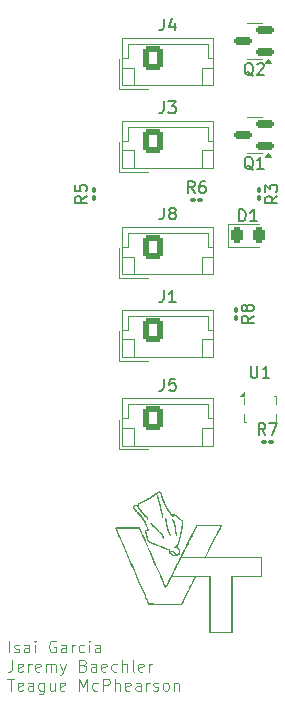
<source format=gto>
G04 #@! TF.GenerationSoftware,KiCad,Pcbnew,8.0.1*
G04 #@! TF.CreationDate,2024-04-25T21:13:49-06:00*
G04 #@! TF.ProjectId,Small_PCB,536d616c-6c5f-4504-9342-2e6b69636164,rev?*
G04 #@! TF.SameCoordinates,Original*
G04 #@! TF.FileFunction,Legend,Top*
G04 #@! TF.FilePolarity,Positive*
%FSLAX46Y46*%
G04 Gerber Fmt 4.6, Leading zero omitted, Abs format (unit mm)*
G04 Created by KiCad (PCBNEW 8.0.1) date 2024-04-25 21:13:49*
%MOMM*%
%LPD*%
G01*
G04 APERTURE LIST*
G04 Aperture macros list*
%AMRoundRect*
0 Rectangle with rounded corners*
0 $1 Rounding radius*
0 $2 $3 $4 $5 $6 $7 $8 $9 X,Y pos of 4 corners*
0 Add a 4 corners polygon primitive as box body*
4,1,4,$2,$3,$4,$5,$6,$7,$8,$9,$2,$3,0*
0 Add four circle primitives for the rounded corners*
1,1,$1+$1,$2,$3*
1,1,$1+$1,$4,$5*
1,1,$1+$1,$6,$7*
1,1,$1+$1,$8,$9*
0 Add four rect primitives between the rounded corners*
20,1,$1+$1,$2,$3,$4,$5,0*
20,1,$1+$1,$4,$5,$6,$7,0*
20,1,$1+$1,$6,$7,$8,$9,0*
20,1,$1+$1,$8,$9,$2,$3,0*%
G04 Aperture macros list end*
%ADD10C,0.100000*%
%ADD11C,0.150000*%
%ADD12C,0.120000*%
%ADD13C,0.000000*%
%ADD14RoundRect,0.250000X-0.600000X-0.750000X0.600000X-0.750000X0.600000X0.750000X-0.600000X0.750000X0*%
%ADD15O,1.700000X2.000000*%
%ADD16RoundRect,0.150000X0.587500X0.150000X-0.587500X0.150000X-0.587500X-0.150000X0.587500X-0.150000X0*%
%ADD17RoundRect,0.100000X-0.100000X0.130000X-0.100000X-0.130000X0.100000X-0.130000X0.100000X0.130000X0*%
%ADD18RoundRect,0.243750X-0.243750X-0.456250X0.243750X-0.456250X0.243750X0.456250X-0.243750X0.456250X0*%
%ADD19RoundRect,0.100000X-0.130000X-0.100000X0.130000X-0.100000X0.130000X0.100000X-0.130000X0.100000X0*%
%ADD20R,0.350000X0.500000*%
%ADD21RoundRect,0.100000X0.100000X-0.130000X0.100000X0.130000X-0.100000X0.130000X-0.100000X-0.130000X0*%
%ADD22R,1.700000X1.700000*%
%ADD23O,1.700000X1.700000*%
G04 APERTURE END LIST*
D10*
X91303884Y-120652531D02*
X91303884Y-119652531D01*
X91732455Y-120604912D02*
X91827693Y-120652531D01*
X91827693Y-120652531D02*
X92018169Y-120652531D01*
X92018169Y-120652531D02*
X92113407Y-120604912D01*
X92113407Y-120604912D02*
X92161026Y-120509673D01*
X92161026Y-120509673D02*
X92161026Y-120462054D01*
X92161026Y-120462054D02*
X92113407Y-120366816D01*
X92113407Y-120366816D02*
X92018169Y-120319197D01*
X92018169Y-120319197D02*
X91875312Y-120319197D01*
X91875312Y-120319197D02*
X91780074Y-120271578D01*
X91780074Y-120271578D02*
X91732455Y-120176340D01*
X91732455Y-120176340D02*
X91732455Y-120128721D01*
X91732455Y-120128721D02*
X91780074Y-120033483D01*
X91780074Y-120033483D02*
X91875312Y-119985864D01*
X91875312Y-119985864D02*
X92018169Y-119985864D01*
X92018169Y-119985864D02*
X92113407Y-120033483D01*
X93018169Y-120652531D02*
X93018169Y-120128721D01*
X93018169Y-120128721D02*
X92970550Y-120033483D01*
X92970550Y-120033483D02*
X92875312Y-119985864D01*
X92875312Y-119985864D02*
X92684836Y-119985864D01*
X92684836Y-119985864D02*
X92589598Y-120033483D01*
X93018169Y-120604912D02*
X92922931Y-120652531D01*
X92922931Y-120652531D02*
X92684836Y-120652531D01*
X92684836Y-120652531D02*
X92589598Y-120604912D01*
X92589598Y-120604912D02*
X92541979Y-120509673D01*
X92541979Y-120509673D02*
X92541979Y-120414435D01*
X92541979Y-120414435D02*
X92589598Y-120319197D01*
X92589598Y-120319197D02*
X92684836Y-120271578D01*
X92684836Y-120271578D02*
X92922931Y-120271578D01*
X92922931Y-120271578D02*
X93018169Y-120223959D01*
X93494360Y-120652531D02*
X93494360Y-119985864D01*
X93494360Y-119652531D02*
X93446741Y-119700150D01*
X93446741Y-119700150D02*
X93494360Y-119747769D01*
X93494360Y-119747769D02*
X93541979Y-119700150D01*
X93541979Y-119700150D02*
X93494360Y-119652531D01*
X93494360Y-119652531D02*
X93494360Y-119747769D01*
X95256264Y-119700150D02*
X95161026Y-119652531D01*
X95161026Y-119652531D02*
X95018169Y-119652531D01*
X95018169Y-119652531D02*
X94875312Y-119700150D01*
X94875312Y-119700150D02*
X94780074Y-119795388D01*
X94780074Y-119795388D02*
X94732455Y-119890626D01*
X94732455Y-119890626D02*
X94684836Y-120081102D01*
X94684836Y-120081102D02*
X94684836Y-120223959D01*
X94684836Y-120223959D02*
X94732455Y-120414435D01*
X94732455Y-120414435D02*
X94780074Y-120509673D01*
X94780074Y-120509673D02*
X94875312Y-120604912D01*
X94875312Y-120604912D02*
X95018169Y-120652531D01*
X95018169Y-120652531D02*
X95113407Y-120652531D01*
X95113407Y-120652531D02*
X95256264Y-120604912D01*
X95256264Y-120604912D02*
X95303883Y-120557292D01*
X95303883Y-120557292D02*
X95303883Y-120223959D01*
X95303883Y-120223959D02*
X95113407Y-120223959D01*
X96161026Y-120652531D02*
X96161026Y-120128721D01*
X96161026Y-120128721D02*
X96113407Y-120033483D01*
X96113407Y-120033483D02*
X96018169Y-119985864D01*
X96018169Y-119985864D02*
X95827693Y-119985864D01*
X95827693Y-119985864D02*
X95732455Y-120033483D01*
X96161026Y-120604912D02*
X96065788Y-120652531D01*
X96065788Y-120652531D02*
X95827693Y-120652531D01*
X95827693Y-120652531D02*
X95732455Y-120604912D01*
X95732455Y-120604912D02*
X95684836Y-120509673D01*
X95684836Y-120509673D02*
X95684836Y-120414435D01*
X95684836Y-120414435D02*
X95732455Y-120319197D01*
X95732455Y-120319197D02*
X95827693Y-120271578D01*
X95827693Y-120271578D02*
X96065788Y-120271578D01*
X96065788Y-120271578D02*
X96161026Y-120223959D01*
X96637217Y-120652531D02*
X96637217Y-119985864D01*
X96637217Y-120176340D02*
X96684836Y-120081102D01*
X96684836Y-120081102D02*
X96732455Y-120033483D01*
X96732455Y-120033483D02*
X96827693Y-119985864D01*
X96827693Y-119985864D02*
X96922931Y-119985864D01*
X97684836Y-120604912D02*
X97589598Y-120652531D01*
X97589598Y-120652531D02*
X97399122Y-120652531D01*
X97399122Y-120652531D02*
X97303884Y-120604912D01*
X97303884Y-120604912D02*
X97256265Y-120557292D01*
X97256265Y-120557292D02*
X97208646Y-120462054D01*
X97208646Y-120462054D02*
X97208646Y-120176340D01*
X97208646Y-120176340D02*
X97256265Y-120081102D01*
X97256265Y-120081102D02*
X97303884Y-120033483D01*
X97303884Y-120033483D02*
X97399122Y-119985864D01*
X97399122Y-119985864D02*
X97589598Y-119985864D01*
X97589598Y-119985864D02*
X97684836Y-120033483D01*
X98113408Y-120652531D02*
X98113408Y-119985864D01*
X98113408Y-119652531D02*
X98065789Y-119700150D01*
X98065789Y-119700150D02*
X98113408Y-119747769D01*
X98113408Y-119747769D02*
X98161027Y-119700150D01*
X98161027Y-119700150D02*
X98113408Y-119652531D01*
X98113408Y-119652531D02*
X98113408Y-119747769D01*
X99018169Y-120652531D02*
X99018169Y-120128721D01*
X99018169Y-120128721D02*
X98970550Y-120033483D01*
X98970550Y-120033483D02*
X98875312Y-119985864D01*
X98875312Y-119985864D02*
X98684836Y-119985864D01*
X98684836Y-119985864D02*
X98589598Y-120033483D01*
X99018169Y-120604912D02*
X98922931Y-120652531D01*
X98922931Y-120652531D02*
X98684836Y-120652531D01*
X98684836Y-120652531D02*
X98589598Y-120604912D01*
X98589598Y-120604912D02*
X98541979Y-120509673D01*
X98541979Y-120509673D02*
X98541979Y-120414435D01*
X98541979Y-120414435D02*
X98589598Y-120319197D01*
X98589598Y-120319197D02*
X98684836Y-120271578D01*
X98684836Y-120271578D02*
X98922931Y-120271578D01*
X98922931Y-120271578D02*
X99018169Y-120223959D01*
X91589598Y-121262475D02*
X91589598Y-121976760D01*
X91589598Y-121976760D02*
X91541979Y-122119617D01*
X91541979Y-122119617D02*
X91446741Y-122214856D01*
X91446741Y-122214856D02*
X91303884Y-122262475D01*
X91303884Y-122262475D02*
X91208646Y-122262475D01*
X92446741Y-122214856D02*
X92351503Y-122262475D01*
X92351503Y-122262475D02*
X92161027Y-122262475D01*
X92161027Y-122262475D02*
X92065789Y-122214856D01*
X92065789Y-122214856D02*
X92018170Y-122119617D01*
X92018170Y-122119617D02*
X92018170Y-121738665D01*
X92018170Y-121738665D02*
X92065789Y-121643427D01*
X92065789Y-121643427D02*
X92161027Y-121595808D01*
X92161027Y-121595808D02*
X92351503Y-121595808D01*
X92351503Y-121595808D02*
X92446741Y-121643427D01*
X92446741Y-121643427D02*
X92494360Y-121738665D01*
X92494360Y-121738665D02*
X92494360Y-121833903D01*
X92494360Y-121833903D02*
X92018170Y-121929141D01*
X92922932Y-122262475D02*
X92922932Y-121595808D01*
X92922932Y-121786284D02*
X92970551Y-121691046D01*
X92970551Y-121691046D02*
X93018170Y-121643427D01*
X93018170Y-121643427D02*
X93113408Y-121595808D01*
X93113408Y-121595808D02*
X93208646Y-121595808D01*
X93922932Y-122214856D02*
X93827694Y-122262475D01*
X93827694Y-122262475D02*
X93637218Y-122262475D01*
X93637218Y-122262475D02*
X93541980Y-122214856D01*
X93541980Y-122214856D02*
X93494361Y-122119617D01*
X93494361Y-122119617D02*
X93494361Y-121738665D01*
X93494361Y-121738665D02*
X93541980Y-121643427D01*
X93541980Y-121643427D02*
X93637218Y-121595808D01*
X93637218Y-121595808D02*
X93827694Y-121595808D01*
X93827694Y-121595808D02*
X93922932Y-121643427D01*
X93922932Y-121643427D02*
X93970551Y-121738665D01*
X93970551Y-121738665D02*
X93970551Y-121833903D01*
X93970551Y-121833903D02*
X93494361Y-121929141D01*
X94399123Y-122262475D02*
X94399123Y-121595808D01*
X94399123Y-121691046D02*
X94446742Y-121643427D01*
X94446742Y-121643427D02*
X94541980Y-121595808D01*
X94541980Y-121595808D02*
X94684837Y-121595808D01*
X94684837Y-121595808D02*
X94780075Y-121643427D01*
X94780075Y-121643427D02*
X94827694Y-121738665D01*
X94827694Y-121738665D02*
X94827694Y-122262475D01*
X94827694Y-121738665D02*
X94875313Y-121643427D01*
X94875313Y-121643427D02*
X94970551Y-121595808D01*
X94970551Y-121595808D02*
X95113408Y-121595808D01*
X95113408Y-121595808D02*
X95208647Y-121643427D01*
X95208647Y-121643427D02*
X95256266Y-121738665D01*
X95256266Y-121738665D02*
X95256266Y-122262475D01*
X95637218Y-121595808D02*
X95875313Y-122262475D01*
X96113408Y-121595808D02*
X95875313Y-122262475D01*
X95875313Y-122262475D02*
X95780075Y-122500570D01*
X95780075Y-122500570D02*
X95732456Y-122548189D01*
X95732456Y-122548189D02*
X95637218Y-122595808D01*
X97589599Y-121738665D02*
X97732456Y-121786284D01*
X97732456Y-121786284D02*
X97780075Y-121833903D01*
X97780075Y-121833903D02*
X97827694Y-121929141D01*
X97827694Y-121929141D02*
X97827694Y-122071998D01*
X97827694Y-122071998D02*
X97780075Y-122167236D01*
X97780075Y-122167236D02*
X97732456Y-122214856D01*
X97732456Y-122214856D02*
X97637218Y-122262475D01*
X97637218Y-122262475D02*
X97256266Y-122262475D01*
X97256266Y-122262475D02*
X97256266Y-121262475D01*
X97256266Y-121262475D02*
X97589599Y-121262475D01*
X97589599Y-121262475D02*
X97684837Y-121310094D01*
X97684837Y-121310094D02*
X97732456Y-121357713D01*
X97732456Y-121357713D02*
X97780075Y-121452951D01*
X97780075Y-121452951D02*
X97780075Y-121548189D01*
X97780075Y-121548189D02*
X97732456Y-121643427D01*
X97732456Y-121643427D02*
X97684837Y-121691046D01*
X97684837Y-121691046D02*
X97589599Y-121738665D01*
X97589599Y-121738665D02*
X97256266Y-121738665D01*
X98684837Y-122262475D02*
X98684837Y-121738665D01*
X98684837Y-121738665D02*
X98637218Y-121643427D01*
X98637218Y-121643427D02*
X98541980Y-121595808D01*
X98541980Y-121595808D02*
X98351504Y-121595808D01*
X98351504Y-121595808D02*
X98256266Y-121643427D01*
X98684837Y-122214856D02*
X98589599Y-122262475D01*
X98589599Y-122262475D02*
X98351504Y-122262475D01*
X98351504Y-122262475D02*
X98256266Y-122214856D01*
X98256266Y-122214856D02*
X98208647Y-122119617D01*
X98208647Y-122119617D02*
X98208647Y-122024379D01*
X98208647Y-122024379D02*
X98256266Y-121929141D01*
X98256266Y-121929141D02*
X98351504Y-121881522D01*
X98351504Y-121881522D02*
X98589599Y-121881522D01*
X98589599Y-121881522D02*
X98684837Y-121833903D01*
X99541980Y-122214856D02*
X99446742Y-122262475D01*
X99446742Y-122262475D02*
X99256266Y-122262475D01*
X99256266Y-122262475D02*
X99161028Y-122214856D01*
X99161028Y-122214856D02*
X99113409Y-122119617D01*
X99113409Y-122119617D02*
X99113409Y-121738665D01*
X99113409Y-121738665D02*
X99161028Y-121643427D01*
X99161028Y-121643427D02*
X99256266Y-121595808D01*
X99256266Y-121595808D02*
X99446742Y-121595808D01*
X99446742Y-121595808D02*
X99541980Y-121643427D01*
X99541980Y-121643427D02*
X99589599Y-121738665D01*
X99589599Y-121738665D02*
X99589599Y-121833903D01*
X99589599Y-121833903D02*
X99113409Y-121929141D01*
X100446742Y-122214856D02*
X100351504Y-122262475D01*
X100351504Y-122262475D02*
X100161028Y-122262475D01*
X100161028Y-122262475D02*
X100065790Y-122214856D01*
X100065790Y-122214856D02*
X100018171Y-122167236D01*
X100018171Y-122167236D02*
X99970552Y-122071998D01*
X99970552Y-122071998D02*
X99970552Y-121786284D01*
X99970552Y-121786284D02*
X100018171Y-121691046D01*
X100018171Y-121691046D02*
X100065790Y-121643427D01*
X100065790Y-121643427D02*
X100161028Y-121595808D01*
X100161028Y-121595808D02*
X100351504Y-121595808D01*
X100351504Y-121595808D02*
X100446742Y-121643427D01*
X100875314Y-122262475D02*
X100875314Y-121262475D01*
X101303885Y-122262475D02*
X101303885Y-121738665D01*
X101303885Y-121738665D02*
X101256266Y-121643427D01*
X101256266Y-121643427D02*
X101161028Y-121595808D01*
X101161028Y-121595808D02*
X101018171Y-121595808D01*
X101018171Y-121595808D02*
X100922933Y-121643427D01*
X100922933Y-121643427D02*
X100875314Y-121691046D01*
X101922933Y-122262475D02*
X101827695Y-122214856D01*
X101827695Y-122214856D02*
X101780076Y-122119617D01*
X101780076Y-122119617D02*
X101780076Y-121262475D01*
X102684838Y-122214856D02*
X102589600Y-122262475D01*
X102589600Y-122262475D02*
X102399124Y-122262475D01*
X102399124Y-122262475D02*
X102303886Y-122214856D01*
X102303886Y-122214856D02*
X102256267Y-122119617D01*
X102256267Y-122119617D02*
X102256267Y-121738665D01*
X102256267Y-121738665D02*
X102303886Y-121643427D01*
X102303886Y-121643427D02*
X102399124Y-121595808D01*
X102399124Y-121595808D02*
X102589600Y-121595808D01*
X102589600Y-121595808D02*
X102684838Y-121643427D01*
X102684838Y-121643427D02*
X102732457Y-121738665D01*
X102732457Y-121738665D02*
X102732457Y-121833903D01*
X102732457Y-121833903D02*
X102256267Y-121929141D01*
X103161029Y-122262475D02*
X103161029Y-121595808D01*
X103161029Y-121786284D02*
X103208648Y-121691046D01*
X103208648Y-121691046D02*
X103256267Y-121643427D01*
X103256267Y-121643427D02*
X103351505Y-121595808D01*
X103351505Y-121595808D02*
X103446743Y-121595808D01*
X91161027Y-122872419D02*
X91732455Y-122872419D01*
X91446741Y-123872419D02*
X91446741Y-122872419D01*
X92446741Y-123824800D02*
X92351503Y-123872419D01*
X92351503Y-123872419D02*
X92161027Y-123872419D01*
X92161027Y-123872419D02*
X92065789Y-123824800D01*
X92065789Y-123824800D02*
X92018170Y-123729561D01*
X92018170Y-123729561D02*
X92018170Y-123348609D01*
X92018170Y-123348609D02*
X92065789Y-123253371D01*
X92065789Y-123253371D02*
X92161027Y-123205752D01*
X92161027Y-123205752D02*
X92351503Y-123205752D01*
X92351503Y-123205752D02*
X92446741Y-123253371D01*
X92446741Y-123253371D02*
X92494360Y-123348609D01*
X92494360Y-123348609D02*
X92494360Y-123443847D01*
X92494360Y-123443847D02*
X92018170Y-123539085D01*
X93351503Y-123872419D02*
X93351503Y-123348609D01*
X93351503Y-123348609D02*
X93303884Y-123253371D01*
X93303884Y-123253371D02*
X93208646Y-123205752D01*
X93208646Y-123205752D02*
X93018170Y-123205752D01*
X93018170Y-123205752D02*
X92922932Y-123253371D01*
X93351503Y-123824800D02*
X93256265Y-123872419D01*
X93256265Y-123872419D02*
X93018170Y-123872419D01*
X93018170Y-123872419D02*
X92922932Y-123824800D01*
X92922932Y-123824800D02*
X92875313Y-123729561D01*
X92875313Y-123729561D02*
X92875313Y-123634323D01*
X92875313Y-123634323D02*
X92922932Y-123539085D01*
X92922932Y-123539085D02*
X93018170Y-123491466D01*
X93018170Y-123491466D02*
X93256265Y-123491466D01*
X93256265Y-123491466D02*
X93351503Y-123443847D01*
X94256265Y-123205752D02*
X94256265Y-124015276D01*
X94256265Y-124015276D02*
X94208646Y-124110514D01*
X94208646Y-124110514D02*
X94161027Y-124158133D01*
X94161027Y-124158133D02*
X94065789Y-124205752D01*
X94065789Y-124205752D02*
X93922932Y-124205752D01*
X93922932Y-124205752D02*
X93827694Y-124158133D01*
X94256265Y-123824800D02*
X94161027Y-123872419D01*
X94161027Y-123872419D02*
X93970551Y-123872419D01*
X93970551Y-123872419D02*
X93875313Y-123824800D01*
X93875313Y-123824800D02*
X93827694Y-123777180D01*
X93827694Y-123777180D02*
X93780075Y-123681942D01*
X93780075Y-123681942D02*
X93780075Y-123396228D01*
X93780075Y-123396228D02*
X93827694Y-123300990D01*
X93827694Y-123300990D02*
X93875313Y-123253371D01*
X93875313Y-123253371D02*
X93970551Y-123205752D01*
X93970551Y-123205752D02*
X94161027Y-123205752D01*
X94161027Y-123205752D02*
X94256265Y-123253371D01*
X95161027Y-123205752D02*
X95161027Y-123872419D01*
X94732456Y-123205752D02*
X94732456Y-123729561D01*
X94732456Y-123729561D02*
X94780075Y-123824800D01*
X94780075Y-123824800D02*
X94875313Y-123872419D01*
X94875313Y-123872419D02*
X95018170Y-123872419D01*
X95018170Y-123872419D02*
X95113408Y-123824800D01*
X95113408Y-123824800D02*
X95161027Y-123777180D01*
X96018170Y-123824800D02*
X95922932Y-123872419D01*
X95922932Y-123872419D02*
X95732456Y-123872419D01*
X95732456Y-123872419D02*
X95637218Y-123824800D01*
X95637218Y-123824800D02*
X95589599Y-123729561D01*
X95589599Y-123729561D02*
X95589599Y-123348609D01*
X95589599Y-123348609D02*
X95637218Y-123253371D01*
X95637218Y-123253371D02*
X95732456Y-123205752D01*
X95732456Y-123205752D02*
X95922932Y-123205752D01*
X95922932Y-123205752D02*
X96018170Y-123253371D01*
X96018170Y-123253371D02*
X96065789Y-123348609D01*
X96065789Y-123348609D02*
X96065789Y-123443847D01*
X96065789Y-123443847D02*
X95589599Y-123539085D01*
X97256266Y-123872419D02*
X97256266Y-122872419D01*
X97256266Y-122872419D02*
X97589599Y-123586704D01*
X97589599Y-123586704D02*
X97922932Y-122872419D01*
X97922932Y-122872419D02*
X97922932Y-123872419D01*
X98827694Y-123824800D02*
X98732456Y-123872419D01*
X98732456Y-123872419D02*
X98541980Y-123872419D01*
X98541980Y-123872419D02*
X98446742Y-123824800D01*
X98446742Y-123824800D02*
X98399123Y-123777180D01*
X98399123Y-123777180D02*
X98351504Y-123681942D01*
X98351504Y-123681942D02*
X98351504Y-123396228D01*
X98351504Y-123396228D02*
X98399123Y-123300990D01*
X98399123Y-123300990D02*
X98446742Y-123253371D01*
X98446742Y-123253371D02*
X98541980Y-123205752D01*
X98541980Y-123205752D02*
X98732456Y-123205752D01*
X98732456Y-123205752D02*
X98827694Y-123253371D01*
X99256266Y-123872419D02*
X99256266Y-122872419D01*
X99256266Y-122872419D02*
X99637218Y-122872419D01*
X99637218Y-122872419D02*
X99732456Y-122920038D01*
X99732456Y-122920038D02*
X99780075Y-122967657D01*
X99780075Y-122967657D02*
X99827694Y-123062895D01*
X99827694Y-123062895D02*
X99827694Y-123205752D01*
X99827694Y-123205752D02*
X99780075Y-123300990D01*
X99780075Y-123300990D02*
X99732456Y-123348609D01*
X99732456Y-123348609D02*
X99637218Y-123396228D01*
X99637218Y-123396228D02*
X99256266Y-123396228D01*
X100256266Y-123872419D02*
X100256266Y-122872419D01*
X100684837Y-123872419D02*
X100684837Y-123348609D01*
X100684837Y-123348609D02*
X100637218Y-123253371D01*
X100637218Y-123253371D02*
X100541980Y-123205752D01*
X100541980Y-123205752D02*
X100399123Y-123205752D01*
X100399123Y-123205752D02*
X100303885Y-123253371D01*
X100303885Y-123253371D02*
X100256266Y-123300990D01*
X101541980Y-123824800D02*
X101446742Y-123872419D01*
X101446742Y-123872419D02*
X101256266Y-123872419D01*
X101256266Y-123872419D02*
X101161028Y-123824800D01*
X101161028Y-123824800D02*
X101113409Y-123729561D01*
X101113409Y-123729561D02*
X101113409Y-123348609D01*
X101113409Y-123348609D02*
X101161028Y-123253371D01*
X101161028Y-123253371D02*
X101256266Y-123205752D01*
X101256266Y-123205752D02*
X101446742Y-123205752D01*
X101446742Y-123205752D02*
X101541980Y-123253371D01*
X101541980Y-123253371D02*
X101589599Y-123348609D01*
X101589599Y-123348609D02*
X101589599Y-123443847D01*
X101589599Y-123443847D02*
X101113409Y-123539085D01*
X102446742Y-123872419D02*
X102446742Y-123348609D01*
X102446742Y-123348609D02*
X102399123Y-123253371D01*
X102399123Y-123253371D02*
X102303885Y-123205752D01*
X102303885Y-123205752D02*
X102113409Y-123205752D01*
X102113409Y-123205752D02*
X102018171Y-123253371D01*
X102446742Y-123824800D02*
X102351504Y-123872419D01*
X102351504Y-123872419D02*
X102113409Y-123872419D01*
X102113409Y-123872419D02*
X102018171Y-123824800D01*
X102018171Y-123824800D02*
X101970552Y-123729561D01*
X101970552Y-123729561D02*
X101970552Y-123634323D01*
X101970552Y-123634323D02*
X102018171Y-123539085D01*
X102018171Y-123539085D02*
X102113409Y-123491466D01*
X102113409Y-123491466D02*
X102351504Y-123491466D01*
X102351504Y-123491466D02*
X102446742Y-123443847D01*
X102922933Y-123872419D02*
X102922933Y-123205752D01*
X102922933Y-123396228D02*
X102970552Y-123300990D01*
X102970552Y-123300990D02*
X103018171Y-123253371D01*
X103018171Y-123253371D02*
X103113409Y-123205752D01*
X103113409Y-123205752D02*
X103208647Y-123205752D01*
X103494362Y-123824800D02*
X103589600Y-123872419D01*
X103589600Y-123872419D02*
X103780076Y-123872419D01*
X103780076Y-123872419D02*
X103875314Y-123824800D01*
X103875314Y-123824800D02*
X103922933Y-123729561D01*
X103922933Y-123729561D02*
X103922933Y-123681942D01*
X103922933Y-123681942D02*
X103875314Y-123586704D01*
X103875314Y-123586704D02*
X103780076Y-123539085D01*
X103780076Y-123539085D02*
X103637219Y-123539085D01*
X103637219Y-123539085D02*
X103541981Y-123491466D01*
X103541981Y-123491466D02*
X103494362Y-123396228D01*
X103494362Y-123396228D02*
X103494362Y-123348609D01*
X103494362Y-123348609D02*
X103541981Y-123253371D01*
X103541981Y-123253371D02*
X103637219Y-123205752D01*
X103637219Y-123205752D02*
X103780076Y-123205752D01*
X103780076Y-123205752D02*
X103875314Y-123253371D01*
X104494362Y-123872419D02*
X104399124Y-123824800D01*
X104399124Y-123824800D02*
X104351505Y-123777180D01*
X104351505Y-123777180D02*
X104303886Y-123681942D01*
X104303886Y-123681942D02*
X104303886Y-123396228D01*
X104303886Y-123396228D02*
X104351505Y-123300990D01*
X104351505Y-123300990D02*
X104399124Y-123253371D01*
X104399124Y-123253371D02*
X104494362Y-123205752D01*
X104494362Y-123205752D02*
X104637219Y-123205752D01*
X104637219Y-123205752D02*
X104732457Y-123253371D01*
X104732457Y-123253371D02*
X104780076Y-123300990D01*
X104780076Y-123300990D02*
X104827695Y-123396228D01*
X104827695Y-123396228D02*
X104827695Y-123681942D01*
X104827695Y-123681942D02*
X104780076Y-123777180D01*
X104780076Y-123777180D02*
X104732457Y-123824800D01*
X104732457Y-123824800D02*
X104637219Y-123872419D01*
X104637219Y-123872419D02*
X104494362Y-123872419D01*
X105256267Y-123205752D02*
X105256267Y-123872419D01*
X105256267Y-123300990D02*
X105303886Y-123253371D01*
X105303886Y-123253371D02*
X105399124Y-123205752D01*
X105399124Y-123205752D02*
X105541981Y-123205752D01*
X105541981Y-123205752D02*
X105637219Y-123253371D01*
X105637219Y-123253371D02*
X105684838Y-123348609D01*
X105684838Y-123348609D02*
X105684838Y-123872419D01*
D11*
X104416666Y-82989819D02*
X104416666Y-83704104D01*
X104416666Y-83704104D02*
X104369047Y-83846961D01*
X104369047Y-83846961D02*
X104273809Y-83942200D01*
X104273809Y-83942200D02*
X104130952Y-83989819D01*
X104130952Y-83989819D02*
X104035714Y-83989819D01*
X105035714Y-83418390D02*
X104940476Y-83370771D01*
X104940476Y-83370771D02*
X104892857Y-83323152D01*
X104892857Y-83323152D02*
X104845238Y-83227914D01*
X104845238Y-83227914D02*
X104845238Y-83180295D01*
X104845238Y-83180295D02*
X104892857Y-83085057D01*
X104892857Y-83085057D02*
X104940476Y-83037438D01*
X104940476Y-83037438D02*
X105035714Y-82989819D01*
X105035714Y-82989819D02*
X105226190Y-82989819D01*
X105226190Y-82989819D02*
X105321428Y-83037438D01*
X105321428Y-83037438D02*
X105369047Y-83085057D01*
X105369047Y-83085057D02*
X105416666Y-83180295D01*
X105416666Y-83180295D02*
X105416666Y-83227914D01*
X105416666Y-83227914D02*
X105369047Y-83323152D01*
X105369047Y-83323152D02*
X105321428Y-83370771D01*
X105321428Y-83370771D02*
X105226190Y-83418390D01*
X105226190Y-83418390D02*
X105035714Y-83418390D01*
X105035714Y-83418390D02*
X104940476Y-83466009D01*
X104940476Y-83466009D02*
X104892857Y-83513628D01*
X104892857Y-83513628D02*
X104845238Y-83608866D01*
X104845238Y-83608866D02*
X104845238Y-83799342D01*
X104845238Y-83799342D02*
X104892857Y-83894580D01*
X104892857Y-83894580D02*
X104940476Y-83942200D01*
X104940476Y-83942200D02*
X105035714Y-83989819D01*
X105035714Y-83989819D02*
X105226190Y-83989819D01*
X105226190Y-83989819D02*
X105321428Y-83942200D01*
X105321428Y-83942200D02*
X105369047Y-83894580D01*
X105369047Y-83894580D02*
X105416666Y-83799342D01*
X105416666Y-83799342D02*
X105416666Y-83608866D01*
X105416666Y-83608866D02*
X105369047Y-83513628D01*
X105369047Y-83513628D02*
X105321428Y-83466009D01*
X105321428Y-83466009D02*
X105226190Y-83418390D01*
X104416666Y-97489819D02*
X104416666Y-98204104D01*
X104416666Y-98204104D02*
X104369047Y-98346961D01*
X104369047Y-98346961D02*
X104273809Y-98442200D01*
X104273809Y-98442200D02*
X104130952Y-98489819D01*
X104130952Y-98489819D02*
X104035714Y-98489819D01*
X105369047Y-97489819D02*
X104892857Y-97489819D01*
X104892857Y-97489819D02*
X104845238Y-97966009D01*
X104845238Y-97966009D02*
X104892857Y-97918390D01*
X104892857Y-97918390D02*
X104988095Y-97870771D01*
X104988095Y-97870771D02*
X105226190Y-97870771D01*
X105226190Y-97870771D02*
X105321428Y-97918390D01*
X105321428Y-97918390D02*
X105369047Y-97966009D01*
X105369047Y-97966009D02*
X105416666Y-98061247D01*
X105416666Y-98061247D02*
X105416666Y-98299342D01*
X105416666Y-98299342D02*
X105369047Y-98394580D01*
X105369047Y-98394580D02*
X105321428Y-98442200D01*
X105321428Y-98442200D02*
X105226190Y-98489819D01*
X105226190Y-98489819D02*
X104988095Y-98489819D01*
X104988095Y-98489819D02*
X104892857Y-98442200D01*
X104892857Y-98442200D02*
X104845238Y-98394580D01*
X111967261Y-71835057D02*
X111872023Y-71787438D01*
X111872023Y-71787438D02*
X111776785Y-71692200D01*
X111776785Y-71692200D02*
X111633928Y-71549342D01*
X111633928Y-71549342D02*
X111538690Y-71501723D01*
X111538690Y-71501723D02*
X111443452Y-71501723D01*
X111491071Y-71739819D02*
X111395833Y-71692200D01*
X111395833Y-71692200D02*
X111300595Y-71596961D01*
X111300595Y-71596961D02*
X111252976Y-71406485D01*
X111252976Y-71406485D02*
X111252976Y-71073152D01*
X111252976Y-71073152D02*
X111300595Y-70882676D01*
X111300595Y-70882676D02*
X111395833Y-70787438D01*
X111395833Y-70787438D02*
X111491071Y-70739819D01*
X111491071Y-70739819D02*
X111681547Y-70739819D01*
X111681547Y-70739819D02*
X111776785Y-70787438D01*
X111776785Y-70787438D02*
X111872023Y-70882676D01*
X111872023Y-70882676D02*
X111919642Y-71073152D01*
X111919642Y-71073152D02*
X111919642Y-71406485D01*
X111919642Y-71406485D02*
X111872023Y-71596961D01*
X111872023Y-71596961D02*
X111776785Y-71692200D01*
X111776785Y-71692200D02*
X111681547Y-71739819D01*
X111681547Y-71739819D02*
X111491071Y-71739819D01*
X112300595Y-70835057D02*
X112348214Y-70787438D01*
X112348214Y-70787438D02*
X112443452Y-70739819D01*
X112443452Y-70739819D02*
X112681547Y-70739819D01*
X112681547Y-70739819D02*
X112776785Y-70787438D01*
X112776785Y-70787438D02*
X112824404Y-70835057D01*
X112824404Y-70835057D02*
X112872023Y-70930295D01*
X112872023Y-70930295D02*
X112872023Y-71025533D01*
X112872023Y-71025533D02*
X112824404Y-71168390D01*
X112824404Y-71168390D02*
X112252976Y-71739819D01*
X112252976Y-71739819D02*
X112872023Y-71739819D01*
X114004819Y-82001666D02*
X113528628Y-82334999D01*
X114004819Y-82573094D02*
X113004819Y-82573094D01*
X113004819Y-82573094D02*
X113004819Y-82192142D01*
X113004819Y-82192142D02*
X113052438Y-82096904D01*
X113052438Y-82096904D02*
X113100057Y-82049285D01*
X113100057Y-82049285D02*
X113195295Y-82001666D01*
X113195295Y-82001666D02*
X113338152Y-82001666D01*
X113338152Y-82001666D02*
X113433390Y-82049285D01*
X113433390Y-82049285D02*
X113481009Y-82096904D01*
X113481009Y-82096904D02*
X113528628Y-82192142D01*
X113528628Y-82192142D02*
X113528628Y-82573094D01*
X113004819Y-81668332D02*
X113004819Y-81049285D01*
X113004819Y-81049285D02*
X113385771Y-81382618D01*
X113385771Y-81382618D02*
X113385771Y-81239761D01*
X113385771Y-81239761D02*
X113433390Y-81144523D01*
X113433390Y-81144523D02*
X113481009Y-81096904D01*
X113481009Y-81096904D02*
X113576247Y-81049285D01*
X113576247Y-81049285D02*
X113814342Y-81049285D01*
X113814342Y-81049285D02*
X113909580Y-81096904D01*
X113909580Y-81096904D02*
X113957200Y-81144523D01*
X113957200Y-81144523D02*
X114004819Y-81239761D01*
X114004819Y-81239761D02*
X114004819Y-81525475D01*
X114004819Y-81525475D02*
X113957200Y-81620713D01*
X113957200Y-81620713D02*
X113909580Y-81668332D01*
X110761905Y-84139819D02*
X110761905Y-83139819D01*
X110761905Y-83139819D02*
X111000000Y-83139819D01*
X111000000Y-83139819D02*
X111142857Y-83187438D01*
X111142857Y-83187438D02*
X111238095Y-83282676D01*
X111238095Y-83282676D02*
X111285714Y-83377914D01*
X111285714Y-83377914D02*
X111333333Y-83568390D01*
X111333333Y-83568390D02*
X111333333Y-83711247D01*
X111333333Y-83711247D02*
X111285714Y-83901723D01*
X111285714Y-83901723D02*
X111238095Y-83996961D01*
X111238095Y-83996961D02*
X111142857Y-84092200D01*
X111142857Y-84092200D02*
X111000000Y-84139819D01*
X111000000Y-84139819D02*
X110761905Y-84139819D01*
X112285714Y-84139819D02*
X111714286Y-84139819D01*
X112000000Y-84139819D02*
X112000000Y-83139819D01*
X112000000Y-83139819D02*
X111904762Y-83282676D01*
X111904762Y-83282676D02*
X111809524Y-83377914D01*
X111809524Y-83377914D02*
X111714286Y-83425533D01*
X113013333Y-102239819D02*
X112680000Y-101763628D01*
X112441905Y-102239819D02*
X112441905Y-101239819D01*
X112441905Y-101239819D02*
X112822857Y-101239819D01*
X112822857Y-101239819D02*
X112918095Y-101287438D01*
X112918095Y-101287438D02*
X112965714Y-101335057D01*
X112965714Y-101335057D02*
X113013333Y-101430295D01*
X113013333Y-101430295D02*
X113013333Y-101573152D01*
X113013333Y-101573152D02*
X112965714Y-101668390D01*
X112965714Y-101668390D02*
X112918095Y-101716009D01*
X112918095Y-101716009D02*
X112822857Y-101763628D01*
X112822857Y-101763628D02*
X112441905Y-101763628D01*
X113346667Y-101239819D02*
X114013333Y-101239819D01*
X114013333Y-101239819D02*
X113584762Y-102239819D01*
X104416666Y-89989819D02*
X104416666Y-90704104D01*
X104416666Y-90704104D02*
X104369047Y-90846961D01*
X104369047Y-90846961D02*
X104273809Y-90942200D01*
X104273809Y-90942200D02*
X104130952Y-90989819D01*
X104130952Y-90989819D02*
X104035714Y-90989819D01*
X105416666Y-90989819D02*
X104845238Y-90989819D01*
X105130952Y-90989819D02*
X105130952Y-89989819D01*
X105130952Y-89989819D02*
X105035714Y-90132676D01*
X105035714Y-90132676D02*
X104940476Y-90227914D01*
X104940476Y-90227914D02*
X104845238Y-90275533D01*
X111763095Y-96389819D02*
X111763095Y-97199342D01*
X111763095Y-97199342D02*
X111810714Y-97294580D01*
X111810714Y-97294580D02*
X111858333Y-97342200D01*
X111858333Y-97342200D02*
X111953571Y-97389819D01*
X111953571Y-97389819D02*
X112144047Y-97389819D01*
X112144047Y-97389819D02*
X112239285Y-97342200D01*
X112239285Y-97342200D02*
X112286904Y-97294580D01*
X112286904Y-97294580D02*
X112334523Y-97199342D01*
X112334523Y-97199342D02*
X112334523Y-96389819D01*
X113334523Y-97389819D02*
X112763095Y-97389819D01*
X113048809Y-97389819D02*
X113048809Y-96389819D01*
X113048809Y-96389819D02*
X112953571Y-96532676D01*
X112953571Y-96532676D02*
X112858333Y-96627914D01*
X112858333Y-96627914D02*
X112763095Y-96675533D01*
X104416666Y-73989819D02*
X104416666Y-74704104D01*
X104416666Y-74704104D02*
X104369047Y-74846961D01*
X104369047Y-74846961D02*
X104273809Y-74942200D01*
X104273809Y-74942200D02*
X104130952Y-74989819D01*
X104130952Y-74989819D02*
X104035714Y-74989819D01*
X104797619Y-73989819D02*
X105416666Y-73989819D01*
X105416666Y-73989819D02*
X105083333Y-74370771D01*
X105083333Y-74370771D02*
X105226190Y-74370771D01*
X105226190Y-74370771D02*
X105321428Y-74418390D01*
X105321428Y-74418390D02*
X105369047Y-74466009D01*
X105369047Y-74466009D02*
X105416666Y-74561247D01*
X105416666Y-74561247D02*
X105416666Y-74799342D01*
X105416666Y-74799342D02*
X105369047Y-74894580D01*
X105369047Y-74894580D02*
X105321428Y-74942200D01*
X105321428Y-74942200D02*
X105226190Y-74989819D01*
X105226190Y-74989819D02*
X104940476Y-74989819D01*
X104940476Y-74989819D02*
X104845238Y-74942200D01*
X104845238Y-74942200D02*
X104797619Y-74894580D01*
X97904819Y-82001666D02*
X97428628Y-82334999D01*
X97904819Y-82573094D02*
X96904819Y-82573094D01*
X96904819Y-82573094D02*
X96904819Y-82192142D01*
X96904819Y-82192142D02*
X96952438Y-82096904D01*
X96952438Y-82096904D02*
X97000057Y-82049285D01*
X97000057Y-82049285D02*
X97095295Y-82001666D01*
X97095295Y-82001666D02*
X97238152Y-82001666D01*
X97238152Y-82001666D02*
X97333390Y-82049285D01*
X97333390Y-82049285D02*
X97381009Y-82096904D01*
X97381009Y-82096904D02*
X97428628Y-82192142D01*
X97428628Y-82192142D02*
X97428628Y-82573094D01*
X96904819Y-81096904D02*
X96904819Y-81573094D01*
X96904819Y-81573094D02*
X97381009Y-81620713D01*
X97381009Y-81620713D02*
X97333390Y-81573094D01*
X97333390Y-81573094D02*
X97285771Y-81477856D01*
X97285771Y-81477856D02*
X97285771Y-81239761D01*
X97285771Y-81239761D02*
X97333390Y-81144523D01*
X97333390Y-81144523D02*
X97381009Y-81096904D01*
X97381009Y-81096904D02*
X97476247Y-81049285D01*
X97476247Y-81049285D02*
X97714342Y-81049285D01*
X97714342Y-81049285D02*
X97809580Y-81096904D01*
X97809580Y-81096904D02*
X97857200Y-81144523D01*
X97857200Y-81144523D02*
X97904819Y-81239761D01*
X97904819Y-81239761D02*
X97904819Y-81477856D01*
X97904819Y-81477856D02*
X97857200Y-81573094D01*
X97857200Y-81573094D02*
X97809580Y-81620713D01*
X111967261Y-79785057D02*
X111872023Y-79737438D01*
X111872023Y-79737438D02*
X111776785Y-79642200D01*
X111776785Y-79642200D02*
X111633928Y-79499342D01*
X111633928Y-79499342D02*
X111538690Y-79451723D01*
X111538690Y-79451723D02*
X111443452Y-79451723D01*
X111491071Y-79689819D02*
X111395833Y-79642200D01*
X111395833Y-79642200D02*
X111300595Y-79546961D01*
X111300595Y-79546961D02*
X111252976Y-79356485D01*
X111252976Y-79356485D02*
X111252976Y-79023152D01*
X111252976Y-79023152D02*
X111300595Y-78832676D01*
X111300595Y-78832676D02*
X111395833Y-78737438D01*
X111395833Y-78737438D02*
X111491071Y-78689819D01*
X111491071Y-78689819D02*
X111681547Y-78689819D01*
X111681547Y-78689819D02*
X111776785Y-78737438D01*
X111776785Y-78737438D02*
X111872023Y-78832676D01*
X111872023Y-78832676D02*
X111919642Y-79023152D01*
X111919642Y-79023152D02*
X111919642Y-79356485D01*
X111919642Y-79356485D02*
X111872023Y-79546961D01*
X111872023Y-79546961D02*
X111776785Y-79642200D01*
X111776785Y-79642200D02*
X111681547Y-79689819D01*
X111681547Y-79689819D02*
X111491071Y-79689819D01*
X112872023Y-79689819D02*
X112300595Y-79689819D01*
X112586309Y-79689819D02*
X112586309Y-78689819D01*
X112586309Y-78689819D02*
X112491071Y-78832676D01*
X112491071Y-78832676D02*
X112395833Y-78927914D01*
X112395833Y-78927914D02*
X112300595Y-78975533D01*
X112004819Y-92156666D02*
X111528628Y-92489999D01*
X112004819Y-92728094D02*
X111004819Y-92728094D01*
X111004819Y-92728094D02*
X111004819Y-92347142D01*
X111004819Y-92347142D02*
X111052438Y-92251904D01*
X111052438Y-92251904D02*
X111100057Y-92204285D01*
X111100057Y-92204285D02*
X111195295Y-92156666D01*
X111195295Y-92156666D02*
X111338152Y-92156666D01*
X111338152Y-92156666D02*
X111433390Y-92204285D01*
X111433390Y-92204285D02*
X111481009Y-92251904D01*
X111481009Y-92251904D02*
X111528628Y-92347142D01*
X111528628Y-92347142D02*
X111528628Y-92728094D01*
X111433390Y-91585237D02*
X111385771Y-91680475D01*
X111385771Y-91680475D02*
X111338152Y-91728094D01*
X111338152Y-91728094D02*
X111242914Y-91775713D01*
X111242914Y-91775713D02*
X111195295Y-91775713D01*
X111195295Y-91775713D02*
X111100057Y-91728094D01*
X111100057Y-91728094D02*
X111052438Y-91680475D01*
X111052438Y-91680475D02*
X111004819Y-91585237D01*
X111004819Y-91585237D02*
X111004819Y-91394761D01*
X111004819Y-91394761D02*
X111052438Y-91299523D01*
X111052438Y-91299523D02*
X111100057Y-91251904D01*
X111100057Y-91251904D02*
X111195295Y-91204285D01*
X111195295Y-91204285D02*
X111242914Y-91204285D01*
X111242914Y-91204285D02*
X111338152Y-91251904D01*
X111338152Y-91251904D02*
X111385771Y-91299523D01*
X111385771Y-91299523D02*
X111433390Y-91394761D01*
X111433390Y-91394761D02*
X111433390Y-91585237D01*
X111433390Y-91585237D02*
X111481009Y-91680475D01*
X111481009Y-91680475D02*
X111528628Y-91728094D01*
X111528628Y-91728094D02*
X111623866Y-91775713D01*
X111623866Y-91775713D02*
X111814342Y-91775713D01*
X111814342Y-91775713D02*
X111909580Y-91728094D01*
X111909580Y-91728094D02*
X111957200Y-91680475D01*
X111957200Y-91680475D02*
X112004819Y-91585237D01*
X112004819Y-91585237D02*
X112004819Y-91394761D01*
X112004819Y-91394761D02*
X111957200Y-91299523D01*
X111957200Y-91299523D02*
X111909580Y-91251904D01*
X111909580Y-91251904D02*
X111814342Y-91204285D01*
X111814342Y-91204285D02*
X111623866Y-91204285D01*
X111623866Y-91204285D02*
X111528628Y-91251904D01*
X111528628Y-91251904D02*
X111481009Y-91299523D01*
X111481009Y-91299523D02*
X111433390Y-91394761D01*
X104416666Y-66989819D02*
X104416666Y-67704104D01*
X104416666Y-67704104D02*
X104369047Y-67846961D01*
X104369047Y-67846961D02*
X104273809Y-67942200D01*
X104273809Y-67942200D02*
X104130952Y-67989819D01*
X104130952Y-67989819D02*
X104035714Y-67989819D01*
X105321428Y-67323152D02*
X105321428Y-67989819D01*
X105083333Y-66942200D02*
X104845238Y-67656485D01*
X104845238Y-67656485D02*
X105464285Y-67656485D01*
X107013333Y-81739819D02*
X106680000Y-81263628D01*
X106441905Y-81739819D02*
X106441905Y-80739819D01*
X106441905Y-80739819D02*
X106822857Y-80739819D01*
X106822857Y-80739819D02*
X106918095Y-80787438D01*
X106918095Y-80787438D02*
X106965714Y-80835057D01*
X106965714Y-80835057D02*
X107013333Y-80930295D01*
X107013333Y-80930295D02*
X107013333Y-81073152D01*
X107013333Y-81073152D02*
X106965714Y-81168390D01*
X106965714Y-81168390D02*
X106918095Y-81216009D01*
X106918095Y-81216009D02*
X106822857Y-81263628D01*
X106822857Y-81263628D02*
X106441905Y-81263628D01*
X107870476Y-80739819D02*
X107680000Y-80739819D01*
X107680000Y-80739819D02*
X107584762Y-80787438D01*
X107584762Y-80787438D02*
X107537143Y-80835057D01*
X107537143Y-80835057D02*
X107441905Y-80977914D01*
X107441905Y-80977914D02*
X107394286Y-81168390D01*
X107394286Y-81168390D02*
X107394286Y-81549342D01*
X107394286Y-81549342D02*
X107441905Y-81644580D01*
X107441905Y-81644580D02*
X107489524Y-81692200D01*
X107489524Y-81692200D02*
X107584762Y-81739819D01*
X107584762Y-81739819D02*
X107775238Y-81739819D01*
X107775238Y-81739819D02*
X107870476Y-81692200D01*
X107870476Y-81692200D02*
X107918095Y-81644580D01*
X107918095Y-81644580D02*
X107965714Y-81549342D01*
X107965714Y-81549342D02*
X107965714Y-81311247D01*
X107965714Y-81311247D02*
X107918095Y-81216009D01*
X107918095Y-81216009D02*
X107870476Y-81168390D01*
X107870476Y-81168390D02*
X107775238Y-81120771D01*
X107775238Y-81120771D02*
X107584762Y-81120771D01*
X107584762Y-81120771D02*
X107489524Y-81168390D01*
X107489524Y-81168390D02*
X107441905Y-81216009D01*
X107441905Y-81216009D02*
X107394286Y-81311247D01*
D12*
X100590000Y-86445000D02*
X100590000Y-88945000D01*
X100590000Y-88945000D02*
X103090000Y-88945000D01*
X100890000Y-84625000D02*
X100890000Y-88645000D01*
X100890000Y-86335000D02*
X101390000Y-86335000D01*
X100890000Y-87145000D02*
X101890000Y-87145000D01*
X100890000Y-88645000D02*
X108610000Y-88645000D01*
X101390000Y-85125000D02*
X108110000Y-85125000D01*
X101390000Y-86335000D02*
X101390000Y-85125000D01*
X101890000Y-87145000D02*
X101890000Y-88645000D01*
X107610000Y-87145000D02*
X107610000Y-88645000D01*
X108110000Y-85125000D02*
X108110000Y-86335000D01*
X108110000Y-86335000D02*
X108610000Y-86335000D01*
X108610000Y-84625000D02*
X100890000Y-84625000D01*
X108610000Y-87145000D02*
X107610000Y-87145000D01*
X108610000Y-88645000D02*
X108610000Y-84625000D01*
X100590000Y-100945000D02*
X100590000Y-103445000D01*
X100590000Y-103445000D02*
X103090000Y-103445000D01*
X100890000Y-99125000D02*
X100890000Y-103145000D01*
X100890000Y-100835000D02*
X101390000Y-100835000D01*
X100890000Y-101645000D02*
X101890000Y-101645000D01*
X100890000Y-103145000D02*
X108610000Y-103145000D01*
X101390000Y-99625000D02*
X108110000Y-99625000D01*
X101390000Y-100835000D02*
X101390000Y-99625000D01*
X101890000Y-101645000D02*
X101890000Y-103145000D01*
X107610000Y-101645000D02*
X107610000Y-103145000D01*
X108110000Y-99625000D02*
X108110000Y-100835000D01*
X108110000Y-100835000D02*
X108610000Y-100835000D01*
X108610000Y-99125000D02*
X100890000Y-99125000D01*
X108610000Y-101645000D02*
X107610000Y-101645000D01*
X108610000Y-103145000D02*
X108610000Y-99125000D01*
D13*
G36*
X104596823Y-109268211D02*
G01*
X104602482Y-109270596D01*
X104613543Y-109276498D01*
X104622174Y-109284852D01*
X104629127Y-109298748D01*
X104635152Y-109321280D01*
X104641003Y-109355540D01*
X104647430Y-109404620D01*
X104655185Y-109471611D01*
X104658475Y-109500964D01*
X104677959Y-109638936D01*
X104706622Y-109790591D01*
X104743071Y-109950035D01*
X104785911Y-110111373D01*
X104833747Y-110268710D01*
X104855406Y-110333378D01*
X104882846Y-110409652D01*
X104907887Y-110470940D01*
X104933605Y-110523823D01*
X104963080Y-110574880D01*
X104982918Y-110605957D01*
X105018136Y-110661807D01*
X105040516Y-110703293D01*
X105051103Y-110733444D01*
X105050938Y-110755291D01*
X105041065Y-110771860D01*
X105040307Y-110772633D01*
X105014052Y-110784864D01*
X104981330Y-110782356D01*
X104951273Y-110766237D01*
X104945901Y-110760951D01*
X104919957Y-110728235D01*
X104888760Y-110683026D01*
X104856220Y-110631679D01*
X104826249Y-110580544D01*
X104802757Y-110535977D01*
X104791595Y-110510275D01*
X104778988Y-110475661D01*
X104761585Y-110428475D01*
X104742436Y-110376966D01*
X104735211Y-110357644D01*
X104705728Y-110270871D01*
X104675277Y-110166706D01*
X104644894Y-110049915D01*
X104615615Y-109925267D01*
X104588473Y-109797530D01*
X104564505Y-109671471D01*
X104544747Y-109551858D01*
X104530233Y-109443460D01*
X104524664Y-109388058D01*
X104521156Y-109343257D01*
X104520713Y-109315167D01*
X104524420Y-109298337D01*
X104533361Y-109287316D01*
X104546556Y-109278004D01*
X104573093Y-109265393D01*
X104596823Y-109268211D01*
G37*
G36*
X105182012Y-109364098D02*
G01*
X105196753Y-109372764D01*
X105214220Y-109390967D01*
X105237331Y-109421782D01*
X105269004Y-109468285D01*
X105271287Y-109471712D01*
X105311014Y-109534694D01*
X105338952Y-109587723D01*
X105358303Y-109637289D01*
X105365979Y-109663630D01*
X105378998Y-109719333D01*
X105393587Y-109792021D01*
X105408911Y-109876559D01*
X105424134Y-109967811D01*
X105438420Y-110060643D01*
X105450934Y-110149918D01*
X105460840Y-110230502D01*
X105465337Y-110274201D01*
X105472544Y-110340797D01*
X105481936Y-110411852D01*
X105492155Y-110477685D01*
X105499575Y-110517957D01*
X105514262Y-110604460D01*
X105520080Y-110675203D01*
X105517259Y-110729278D01*
X105506028Y-110765777D01*
X105486617Y-110783792D01*
X105459256Y-110782415D01*
X105435891Y-110769703D01*
X105421047Y-110753043D01*
X105411233Y-110724654D01*
X105404962Y-110683479D01*
X105397703Y-110630872D01*
X105387651Y-110573738D01*
X105381650Y-110545134D01*
X105373978Y-110504718D01*
X105365765Y-110450341D01*
X105358178Y-110390226D01*
X105353989Y-110350434D01*
X105343988Y-110256118D01*
X105331670Y-110156987D01*
X105317642Y-110056706D01*
X105302509Y-109958937D01*
X105286877Y-109867347D01*
X105271353Y-109785597D01*
X105256541Y-109717352D01*
X105243048Y-109666277D01*
X105238643Y-109652835D01*
X105225586Y-109624931D01*
X105203408Y-109586118D01*
X105176192Y-109543397D01*
X105166762Y-109529578D01*
X105130722Y-109471032D01*
X105112355Y-109424667D01*
X105111660Y-109390811D01*
X105128637Y-109369793D01*
X105163285Y-109361942D01*
X105167079Y-109361892D01*
X105182012Y-109364098D01*
G37*
G36*
X103320408Y-109685764D02*
G01*
X103338216Y-109698300D01*
X103368205Y-109722575D01*
X103406277Y-109755160D01*
X103448334Y-109792624D01*
X103450788Y-109794856D01*
X103500496Y-109840045D01*
X103553522Y-109888159D01*
X103602783Y-109932775D01*
X103634363Y-109961310D01*
X103705915Y-110026540D01*
X103786911Y-110101528D01*
X103872690Y-110181870D01*
X103958587Y-110263163D01*
X104039939Y-110341002D01*
X104112084Y-110410984D01*
X104148049Y-110446415D01*
X104195521Y-110493936D01*
X104230885Y-110531250D01*
X104257964Y-110563681D01*
X104280583Y-110596556D01*
X104302565Y-110635200D01*
X104327736Y-110684939D01*
X104345531Y-110721440D01*
X104371187Y-110774735D01*
X104392980Y-110820816D01*
X104409223Y-110856052D01*
X104418229Y-110876813D01*
X104419492Y-110880671D01*
X104423903Y-110893623D01*
X104435347Y-110920288D01*
X104448080Y-110947922D01*
X104462715Y-110984413D01*
X104470290Y-111014890D01*
X104470117Y-111028987D01*
X104452428Y-111052308D01*
X104422967Y-111065314D01*
X104391336Y-111063864D01*
X104390160Y-111063446D01*
X104378308Y-111056148D01*
X104365379Y-111041277D01*
X104349992Y-111016294D01*
X104330764Y-110978665D01*
X104306316Y-110925854D01*
X104275264Y-110855324D01*
X104269326Y-110841612D01*
X104244907Y-110786297D01*
X104222260Y-110738899D01*
X104199280Y-110696771D01*
X104173863Y-110657268D01*
X104143903Y-110617747D01*
X104107297Y-110575562D01*
X104061939Y-110528068D01*
X104005724Y-110472620D01*
X103936549Y-110406573D01*
X103882955Y-110356064D01*
X103814087Y-110291472D01*
X103745409Y-110227309D01*
X103679946Y-110166384D01*
X103620720Y-110111502D01*
X103570758Y-110065472D01*
X103533083Y-110031100D01*
X103524950Y-110023770D01*
X103446613Y-109953440D01*
X103383306Y-109896354D01*
X103333530Y-109850860D01*
X103295787Y-109815305D01*
X103268577Y-109788036D01*
X103250402Y-109767400D01*
X103239763Y-109751745D01*
X103235161Y-109739417D01*
X103235098Y-109728765D01*
X103238074Y-109718136D01*
X103240894Y-109710549D01*
X103260282Y-109685957D01*
X103290122Y-109677620D01*
X103320408Y-109685764D01*
G37*
G36*
X103887574Y-107334484D02*
G01*
X103893598Y-107339794D01*
X103901197Y-107355666D01*
X103913337Y-107387839D01*
X103928206Y-107431289D01*
X103940764Y-107470521D01*
X103957885Y-107525295D01*
X103979332Y-107593428D01*
X104002632Y-107667092D01*
X104025315Y-107738457D01*
X104030346Y-107754227D01*
X104065313Y-107864363D01*
X104094371Y-107957671D01*
X104118663Y-108038427D01*
X104139332Y-108110907D01*
X104157521Y-108179387D01*
X104174375Y-108248142D01*
X104191036Y-108321449D01*
X104208649Y-108403584D01*
X104224687Y-108480933D01*
X104241403Y-108561516D01*
X104257177Y-108636036D01*
X104271325Y-108701387D01*
X104283167Y-108754466D01*
X104292020Y-108792167D01*
X104297202Y-108811386D01*
X104297417Y-108811978D01*
X104304193Y-108836724D01*
X104312911Y-108878515D01*
X104322742Y-108932319D01*
X104332859Y-108993102D01*
X104342435Y-109055831D01*
X104350642Y-109115473D01*
X104356654Y-109166995D01*
X104357874Y-109179763D01*
X104360789Y-109223973D01*
X104359431Y-109251956D01*
X104353158Y-109269438D01*
X104346922Y-109277113D01*
X104317916Y-109293182D01*
X104286696Y-109291543D01*
X104261525Y-109272858D01*
X104259676Y-109270105D01*
X104250325Y-109245969D01*
X104241838Y-109208462D01*
X104236860Y-109172755D01*
X104215396Y-109006690D01*
X104184951Y-108855852D01*
X104179353Y-108833421D01*
X104169423Y-108792209D01*
X104156284Y-108734075D01*
X104141003Y-108663933D01*
X104124646Y-108586697D01*
X104108278Y-108507282D01*
X104103362Y-108482961D01*
X104089152Y-108413338D01*
X104075690Y-108350264D01*
X104062166Y-108290791D01*
X104047768Y-108231971D01*
X104031685Y-108170858D01*
X104013105Y-108104503D01*
X103991219Y-108029959D01*
X103965213Y-107944277D01*
X103934276Y-107844511D01*
X103897598Y-107727712D01*
X103881103Y-107675454D01*
X103852763Y-107585045D01*
X103830949Y-107513334D01*
X103815150Y-107457907D01*
X103804855Y-107416353D01*
X103799551Y-107386259D01*
X103798728Y-107365214D01*
X103801874Y-107350805D01*
X103808476Y-107340620D01*
X103809803Y-107339238D01*
X103832608Y-107328386D01*
X103862346Y-107326826D01*
X103887574Y-107334484D01*
G37*
G36*
X108421166Y-109862614D02*
G01*
X108587878Y-109862817D01*
X108734377Y-109863170D01*
X108861683Y-109863687D01*
X108970815Y-109864380D01*
X109062792Y-109865261D01*
X109138634Y-109866342D01*
X109199360Y-109867638D01*
X109245989Y-109869160D01*
X109279541Y-109870921D01*
X109301034Y-109872933D01*
X109311488Y-109875209D01*
X109312580Y-109875900D01*
X109322892Y-109896777D01*
X109325808Y-109917622D01*
X109320837Y-109930858D01*
X109306348Y-109962726D01*
X109282935Y-110012033D01*
X109251190Y-110077587D01*
X109211703Y-110158196D01*
X109165067Y-110252669D01*
X109111875Y-110359815D01*
X109052718Y-110478441D01*
X108988189Y-110607355D01*
X108918879Y-110745366D01*
X108845380Y-110891283D01*
X108768285Y-111043913D01*
X108688186Y-111202064D01*
X108665033Y-111247701D01*
X108004381Y-112549409D01*
X110347073Y-112552216D01*
X110616834Y-112552549D01*
X110865228Y-112552878D01*
X111093137Y-112553214D01*
X111301444Y-112553562D01*
X111491033Y-112553931D01*
X111662788Y-112554329D01*
X111817591Y-112554765D01*
X111956326Y-112555245D01*
X112079877Y-112555778D01*
X112189126Y-112556371D01*
X112284957Y-112557034D01*
X112368253Y-112557772D01*
X112439899Y-112558596D01*
X112500776Y-112559511D01*
X112551768Y-112560527D01*
X112593759Y-112561652D01*
X112627632Y-112562892D01*
X112654271Y-112564257D01*
X112674558Y-112565753D01*
X112689377Y-112567390D01*
X112699612Y-112569174D01*
X112706146Y-112571114D01*
X112709861Y-112573218D01*
X112710082Y-112573411D01*
X112713940Y-112577760D01*
X112717277Y-112584354D01*
X112720131Y-112594729D01*
X112722540Y-112610420D01*
X112724540Y-112632962D01*
X112726171Y-112663892D01*
X112727468Y-112704745D01*
X112728471Y-112757056D01*
X112729216Y-112822361D01*
X112729742Y-112902195D01*
X112730085Y-112998095D01*
X112730284Y-113111596D01*
X112730376Y-113244232D01*
X112730399Y-113397541D01*
X112730399Y-113402250D01*
X112730386Y-113555924D01*
X112730321Y-113688894D01*
X112730161Y-113802706D01*
X112729865Y-113898908D01*
X112729393Y-113979046D01*
X112728702Y-114044666D01*
X112727751Y-114097317D01*
X112726500Y-114138546D01*
X112724906Y-114169898D01*
X112722929Y-114192920D01*
X112720527Y-114209161D01*
X112717658Y-114220166D01*
X112714282Y-114227483D01*
X112710356Y-114232659D01*
X112708148Y-114234954D01*
X112704320Y-114238438D01*
X112699370Y-114241539D01*
X112692049Y-114244277D01*
X112681106Y-114246676D01*
X112665291Y-114248759D01*
X112643353Y-114250547D01*
X112614042Y-114252063D01*
X112576109Y-114253330D01*
X112528301Y-114254369D01*
X112469371Y-114255204D01*
X112398066Y-114255857D01*
X112313138Y-114256349D01*
X112213335Y-114256705D01*
X112097408Y-114256945D01*
X111964105Y-114257093D01*
X111812178Y-114257171D01*
X111640375Y-114257201D01*
X111467631Y-114257206D01*
X110249365Y-114257206D01*
X110249365Y-116610294D01*
X110249363Y-116879579D01*
X110249351Y-117127505D01*
X110249322Y-117354964D01*
X110249265Y-117562845D01*
X110249174Y-117752043D01*
X110249040Y-117923448D01*
X110248855Y-118077952D01*
X110248609Y-118216446D01*
X110248296Y-118339824D01*
X110247906Y-118448975D01*
X110247431Y-118544793D01*
X110246863Y-118628168D01*
X110246193Y-118699993D01*
X110245413Y-118761160D01*
X110244515Y-118812559D01*
X110243491Y-118855083D01*
X110242331Y-118889624D01*
X110241028Y-118917073D01*
X110239573Y-118938322D01*
X110237958Y-118954263D01*
X110236175Y-118965787D01*
X110234215Y-118973787D01*
X110232070Y-118979154D01*
X110229732Y-118982780D01*
X110227191Y-118985556D01*
X110227114Y-118985633D01*
X110222796Y-118989541D01*
X110217221Y-118992962D01*
X110208969Y-118995929D01*
X110196621Y-118998475D01*
X110178756Y-119000631D01*
X110153956Y-119002429D01*
X110120802Y-119003903D01*
X110077873Y-119005085D01*
X110023751Y-119006006D01*
X109957015Y-119006699D01*
X109876247Y-119007197D01*
X109780028Y-119007531D01*
X109666937Y-119007735D01*
X109535555Y-119007840D01*
X109384462Y-119007879D01*
X109250178Y-119007885D01*
X109074492Y-119007818D01*
X108919890Y-119007609D01*
X108785205Y-119007240D01*
X108669268Y-119006694D01*
X108570912Y-119005955D01*
X108488970Y-119005006D01*
X108422275Y-119003830D01*
X108369658Y-119002411D01*
X108329953Y-119000733D01*
X108301992Y-118998777D01*
X108284608Y-118996528D01*
X108276644Y-118993977D01*
X108274483Y-118991384D01*
X108272489Y-118986336D01*
X108270655Y-118977952D01*
X108268973Y-118965351D01*
X108267434Y-118947652D01*
X108266032Y-118923976D01*
X108264757Y-118893441D01*
X108263602Y-118855167D01*
X108262559Y-118808272D01*
X108261620Y-118751877D01*
X108260776Y-118685101D01*
X108260020Y-118607062D01*
X108259344Y-118516881D01*
X108258740Y-118413676D01*
X108258199Y-118296567D01*
X108257714Y-118164673D01*
X108257276Y-118017114D01*
X108256879Y-117853009D01*
X108256512Y-117671477D01*
X108256170Y-117471638D01*
X108255843Y-117252610D01*
X108255523Y-117013514D01*
X108255203Y-116753468D01*
X108255048Y-116621419D01*
X108252300Y-114262768D01*
X107694843Y-114259885D01*
X107137385Y-114257002D01*
X106538804Y-115437317D01*
X106442867Y-115626220D01*
X106354049Y-115800553D01*
X106272619Y-115959802D01*
X106198844Y-116103451D01*
X106132993Y-116230986D01*
X106075333Y-116341892D01*
X106026132Y-116435654D01*
X105985660Y-116511758D01*
X105954182Y-116569689D01*
X105931969Y-116608932D01*
X105919287Y-116628973D01*
X105916936Y-116631502D01*
X105902106Y-116633707D01*
X105866774Y-116635528D01*
X105812575Y-116636981D01*
X105741143Y-116638083D01*
X105654113Y-116638848D01*
X105553120Y-116639295D01*
X105439797Y-116639439D01*
X105315779Y-116639296D01*
X105182701Y-116638883D01*
X105042197Y-116638216D01*
X104895902Y-116637312D01*
X104745449Y-116636185D01*
X104592474Y-116634854D01*
X104438611Y-116633334D01*
X104285494Y-116631642D01*
X104134758Y-116629793D01*
X103988037Y-116627805D01*
X103846965Y-116625692D01*
X103713178Y-116623473D01*
X103588309Y-116621162D01*
X103473994Y-116618777D01*
X103371865Y-116616333D01*
X103283559Y-116613848D01*
X103210709Y-116611336D01*
X103154950Y-116608815D01*
X103117916Y-116606300D01*
X103101242Y-116603809D01*
X103100580Y-116603420D01*
X103094817Y-116591929D01*
X103080664Y-116560946D01*
X103058528Y-116511413D01*
X103028815Y-116444268D01*
X102991931Y-116360453D01*
X102948284Y-116260906D01*
X102898279Y-116146569D01*
X102842323Y-116018381D01*
X102780822Y-115877283D01*
X102714183Y-115724214D01*
X102642812Y-115560114D01*
X102567116Y-115385924D01*
X102487501Y-115202583D01*
X102404373Y-115011032D01*
X102318140Y-114812210D01*
X102229207Y-114607059D01*
X102137981Y-114396516D01*
X102044868Y-114181524D01*
X101950275Y-113963022D01*
X101854608Y-113741949D01*
X101758274Y-113519247D01*
X101661679Y-113295854D01*
X101565229Y-113072711D01*
X101469332Y-112850759D01*
X101374392Y-112630937D01*
X101280818Y-112414185D01*
X101189015Y-112201443D01*
X101099390Y-111993651D01*
X101012349Y-111791750D01*
X100928299Y-111596680D01*
X100847646Y-111409380D01*
X100770797Y-111230790D01*
X100698157Y-111061851D01*
X100630134Y-110903502D01*
X100567134Y-110756685D01*
X100509563Y-110622338D01*
X100457828Y-110501402D01*
X100412335Y-110394816D01*
X100373490Y-110303522D01*
X100341701Y-110228459D01*
X100321603Y-110180630D01*
X100447613Y-110180630D01*
X100451972Y-110191676D01*
X100464772Y-110222186D01*
X100485604Y-110271206D01*
X100514054Y-110337787D01*
X100549712Y-110420976D01*
X100592165Y-110519823D01*
X100641002Y-110633375D01*
X100695811Y-110760682D01*
X100756181Y-110900793D01*
X100821700Y-111052755D01*
X100891956Y-111215618D01*
X100966537Y-111388430D01*
X101045032Y-111570240D01*
X101127030Y-111760096D01*
X101212118Y-111957047D01*
X101299884Y-112160143D01*
X101389918Y-112368431D01*
X101481807Y-112580959D01*
X101575140Y-112796778D01*
X101669505Y-113014935D01*
X101764490Y-113234479D01*
X101859684Y-113454459D01*
X101954675Y-113673923D01*
X102049051Y-113891921D01*
X102142401Y-114107500D01*
X102234313Y-114319709D01*
X102324375Y-114527597D01*
X102412175Y-114730213D01*
X102497303Y-114926605D01*
X102579346Y-115115822D01*
X102657892Y-115296913D01*
X102732530Y-115468926D01*
X102802849Y-115630910D01*
X102868436Y-115781913D01*
X102928879Y-115920985D01*
X102983768Y-116047174D01*
X103032690Y-116159528D01*
X103075234Y-116257096D01*
X103110988Y-116338927D01*
X103139541Y-116404069D01*
X103160480Y-116451572D01*
X103173394Y-116480483D01*
X103177837Y-116489847D01*
X103181682Y-116491491D01*
X103190601Y-116493054D01*
X103205422Y-116494549D01*
X103226975Y-116495986D01*
X103256088Y-116497379D01*
X103293591Y-116498738D01*
X103340313Y-116500075D01*
X103397083Y-116501403D01*
X103464731Y-116502734D01*
X103544085Y-116504078D01*
X103635975Y-116505449D01*
X103741231Y-116506857D01*
X103860680Y-116508316D01*
X103995152Y-116509836D01*
X104145477Y-116511429D01*
X104312484Y-116513108D01*
X104497002Y-116514885D01*
X104699860Y-116516770D01*
X104921887Y-116518777D01*
X105163912Y-116520916D01*
X105426766Y-116523200D01*
X105628316Y-116524932D01*
X105852514Y-116526851D01*
X106423804Y-115400778D01*
X106498827Y-115252888D01*
X106571036Y-115110520D01*
X106639792Y-114974935D01*
X106704459Y-114847391D01*
X106764397Y-114729149D01*
X106818968Y-114621469D01*
X106867534Y-114525609D01*
X106909456Y-114442830D01*
X106944097Y-114374391D01*
X106970817Y-114321553D01*
X106988980Y-114285574D01*
X106997946Y-114267716D01*
X106998803Y-114265955D01*
X106988509Y-114264644D01*
X106957559Y-114263392D01*
X106907545Y-114262214D01*
X106840063Y-114261126D01*
X106756706Y-114260140D01*
X106659069Y-114259272D01*
X106548746Y-114258536D01*
X106427332Y-114257948D01*
X106296420Y-114257521D01*
X106157605Y-114257270D01*
X106041265Y-114257206D01*
X105080018Y-114257206D01*
X104841542Y-114727267D01*
X104786368Y-114835959D01*
X104740271Y-114926474D01*
X104702281Y-115000492D01*
X104671428Y-115059688D01*
X104646741Y-115105741D01*
X104627250Y-115140328D01*
X104611983Y-115165126D01*
X104599971Y-115181813D01*
X104590243Y-115192067D01*
X104581828Y-115197565D01*
X104573756Y-115199984D01*
X104567593Y-115200763D01*
X104537577Y-115198554D01*
X104517703Y-115181818D01*
X104515465Y-115178512D01*
X104509540Y-115166119D01*
X104495078Y-115134237D01*
X104472469Y-115083755D01*
X104442107Y-115015564D01*
X104404384Y-114930555D01*
X104359694Y-114829618D01*
X104308428Y-114713645D01*
X104250979Y-114583524D01*
X104187740Y-114440148D01*
X104119104Y-114284407D01*
X104045463Y-114117190D01*
X103967210Y-113939389D01*
X103884737Y-113751895D01*
X103798437Y-113555597D01*
X103708702Y-113351387D01*
X103615926Y-113140154D01*
X103520501Y-112922790D01*
X103422819Y-112700185D01*
X103420125Y-112694043D01*
X103322383Y-112471256D01*
X103226908Y-112253647D01*
X103134092Y-112042111D01*
X103044325Y-111837539D01*
X102958001Y-111640825D01*
X102875511Y-111452861D01*
X102797247Y-111274540D01*
X102723601Y-111106754D01*
X102654964Y-110950396D01*
X102591729Y-110806359D01*
X102534288Y-110675536D01*
X102483031Y-110558819D01*
X102438353Y-110457101D01*
X102400643Y-110371275D01*
X102370295Y-110302233D01*
X102347699Y-110250868D01*
X102333248Y-110218073D01*
X102327335Y-110204740D01*
X102327300Y-110204665D01*
X102313161Y-110174069D01*
X101380387Y-110174069D01*
X101238464Y-110174146D01*
X101103112Y-110174367D01*
X100975958Y-110174722D01*
X100858630Y-110175199D01*
X100752753Y-110175787D01*
X100659955Y-110176474D01*
X100581862Y-110177250D01*
X100520101Y-110178101D01*
X100476299Y-110179017D01*
X100452082Y-110179987D01*
X100447613Y-110180630D01*
X100321603Y-110180630D01*
X100317374Y-110170566D01*
X100300914Y-110130785D01*
X100292729Y-110110055D01*
X100291853Y-110107199D01*
X100300355Y-110085525D01*
X100316580Y-110069006D01*
X100322689Y-110066019D01*
X100332847Y-110063390D01*
X100348400Y-110061099D01*
X100370696Y-110059122D01*
X100401079Y-110057436D01*
X100440896Y-110056020D01*
X100491492Y-110054851D01*
X100554213Y-110053907D01*
X100630407Y-110053164D01*
X100721417Y-110052601D01*
X100828591Y-110052195D01*
X100953275Y-110051923D01*
X101096813Y-110051764D01*
X101260553Y-110051695D01*
X101354708Y-110051687D01*
X101535837Y-110051748D01*
X101695851Y-110051943D01*
X101835883Y-110052286D01*
X101957070Y-110052792D01*
X102060546Y-110053478D01*
X102147447Y-110054358D01*
X102218907Y-110055447D01*
X102276061Y-110056762D01*
X102320045Y-110058317D01*
X102351994Y-110060127D01*
X102373043Y-110062208D01*
X102384327Y-110064575D01*
X102386345Y-110065594D01*
X102392408Y-110076913D01*
X102406993Y-110107734D01*
X102429707Y-110157169D01*
X102460158Y-110224333D01*
X102497953Y-110308338D01*
X102542698Y-110408299D01*
X102594000Y-110523328D01*
X102651468Y-110652541D01*
X102714707Y-110795049D01*
X102783324Y-110949968D01*
X102856928Y-111116409D01*
X102935125Y-111293488D01*
X103017521Y-111480318D01*
X103103724Y-111676012D01*
X103193342Y-111879684D01*
X103285980Y-112090447D01*
X103381247Y-112307416D01*
X103478749Y-112529704D01*
X103480071Y-112532720D01*
X103577516Y-112754958D01*
X103672644Y-112971847D01*
X103765069Y-113182503D01*
X103854401Y-113386043D01*
X103940252Y-113581583D01*
X104022234Y-113768242D01*
X104099957Y-113945135D01*
X104173034Y-114111380D01*
X104241075Y-114266092D01*
X104303693Y-114408390D01*
X104360499Y-114537390D01*
X104411104Y-114652209D01*
X104455120Y-114751964D01*
X104492158Y-114835771D01*
X104521830Y-114902747D01*
X104543747Y-114952010D01*
X104557521Y-114982676D01*
X104562763Y-114993862D01*
X104562779Y-114993881D01*
X104568351Y-114984787D01*
X104583503Y-114956645D01*
X104607815Y-114910285D01*
X104640863Y-114846536D01*
X104682227Y-114766228D01*
X104731484Y-114670189D01*
X104788212Y-114559250D01*
X104851991Y-114434238D01*
X104922397Y-114295984D01*
X104999009Y-114145317D01*
X105004338Y-114134823D01*
X105142614Y-114134823D01*
X106755867Y-114134823D01*
X108369120Y-114134823D01*
X108369120Y-116510162D01*
X108369120Y-118885502D01*
X109248051Y-118885502D01*
X110126982Y-118885502D01*
X110126982Y-116510162D01*
X110126982Y-114134823D01*
X111367579Y-114134823D01*
X112608176Y-114134823D01*
X112605315Y-113403307D01*
X112602453Y-112671792D01*
X109252463Y-112669114D01*
X105902473Y-112666436D01*
X105881372Y-112689711D01*
X105875014Y-112698078D01*
X105865808Y-112712614D01*
X105853176Y-112734439D01*
X105836544Y-112764671D01*
X105815334Y-112804427D01*
X105788970Y-112854827D01*
X105756875Y-112916988D01*
X105718472Y-112992029D01*
X105673185Y-113081068D01*
X105620438Y-113185223D01*
X105559653Y-113305614D01*
X105490255Y-113443358D01*
X105411667Y-113599573D01*
X105387285Y-113648073D01*
X105142614Y-114134823D01*
X105004338Y-114134823D01*
X105081406Y-113983065D01*
X105169166Y-113810059D01*
X105261866Y-113627127D01*
X105359086Y-113435099D01*
X105460402Y-113234804D01*
X105565394Y-113027072D01*
X105673640Y-112812730D01*
X105784717Y-112592610D01*
X105806907Y-112548610D01*
X105943715Y-112548610D01*
X105954574Y-112549549D01*
X105986083Y-112550383D01*
X106036642Y-112551107D01*
X106104649Y-112551713D01*
X106188504Y-112552195D01*
X106286607Y-112552549D01*
X106397356Y-112552767D01*
X106519150Y-112552844D01*
X106650389Y-112552774D01*
X106789471Y-112552550D01*
X106906927Y-112552252D01*
X107870138Y-112549409D01*
X108519923Y-111269952D01*
X108600003Y-111112212D01*
X108677249Y-110959935D01*
X108751067Y-110814301D01*
X108820861Y-110676488D01*
X108886037Y-110547676D01*
X108945999Y-110429044D01*
X109000152Y-110321771D01*
X109047901Y-110227036D01*
X109088651Y-110146017D01*
X109121807Y-110079895D01*
X109146773Y-110029848D01*
X109162955Y-109997055D01*
X109169757Y-109982696D01*
X109169940Y-109982151D01*
X109159116Y-109980900D01*
X109127644Y-109979705D01*
X109077124Y-109978582D01*
X109009160Y-109977543D01*
X108925353Y-109976603D01*
X108827305Y-109975775D01*
X108716618Y-109975073D01*
X108594896Y-109974512D01*
X108463739Y-109974106D01*
X108324751Y-109973867D01*
X108209159Y-109973807D01*
X108033563Y-109973870D01*
X107879052Y-109974071D01*
X107744462Y-109974426D01*
X107628628Y-109974952D01*
X107530386Y-109975665D01*
X107448569Y-109976583D01*
X107382012Y-109977722D01*
X107329552Y-109979098D01*
X107290022Y-109980729D01*
X107262258Y-109982631D01*
X107245095Y-109984820D01*
X107237367Y-109987313D01*
X107236950Y-109987714D01*
X107230674Y-109999134D01*
X107215163Y-110028914D01*
X107191144Y-110075620D01*
X107159340Y-110137818D01*
X107120476Y-110214072D01*
X107075276Y-110302948D01*
X107024465Y-110403010D01*
X106968767Y-110512825D01*
X106908908Y-110630958D01*
X106845611Y-110755973D01*
X106779601Y-110886436D01*
X106711602Y-111020913D01*
X106642340Y-111157969D01*
X106572538Y-111296168D01*
X106502921Y-111434077D01*
X106434214Y-111570260D01*
X106367141Y-111703283D01*
X106302427Y-111831711D01*
X106240796Y-111954109D01*
X106182973Y-112069043D01*
X106129681Y-112175078D01*
X106081647Y-112270779D01*
X106039594Y-112354712D01*
X106004247Y-112425441D01*
X105976330Y-112481532D01*
X105956568Y-112521551D01*
X105945686Y-112544062D01*
X105943715Y-112548610D01*
X105806907Y-112548610D01*
X105849300Y-112464550D01*
X105962034Y-112240985D01*
X106072259Y-112022441D01*
X106179547Y-111809764D01*
X106283470Y-111603802D01*
X106383601Y-111405399D01*
X106479512Y-111215404D01*
X106570774Y-111034662D01*
X106656961Y-110864020D01*
X106737643Y-110704325D01*
X106812394Y-110556424D01*
X106880786Y-110421162D01*
X106942390Y-110299387D01*
X106996779Y-110191945D01*
X107043525Y-110099683D01*
X107082201Y-110023446D01*
X107112378Y-109964083D01*
X107133628Y-109922439D01*
X107145524Y-109899361D01*
X107147910Y-109894913D01*
X107167216Y-109862549D01*
X108233223Y-109862549D01*
X108421166Y-109862614D01*
G37*
G36*
X104047884Y-107018032D02*
G01*
X104109946Y-107033186D01*
X104164393Y-107060636D01*
X104200079Y-107092386D01*
X104221073Y-107122145D01*
X104240681Y-107161890D01*
X104259986Y-107214597D01*
X104280071Y-107283243D01*
X104302017Y-107370805D01*
X104303235Y-107375953D01*
X104315162Y-107421038D01*
X104333177Y-107482091D01*
X104355725Y-107554179D01*
X104381250Y-107632372D01*
X104408199Y-107711739D01*
X104417425Y-107738158D01*
X104435861Y-107785556D01*
X104458312Y-107836666D01*
X104469560Y-107859925D01*
X104489362Y-107900881D01*
X104512652Y-107951780D01*
X104534551Y-108001947D01*
X104535540Y-108004286D01*
X104570559Y-108082186D01*
X104613169Y-108168721D01*
X104661296Y-108260331D01*
X104712864Y-108353458D01*
X104765800Y-108444541D01*
X104818030Y-108530023D01*
X104867480Y-108606344D01*
X104912075Y-108669944D01*
X104949741Y-108717265D01*
X104953488Y-108721452D01*
X104977903Y-108751587D01*
X105008306Y-108793798D01*
X105039596Y-108840871D01*
X105052313Y-108861235D01*
X105081002Y-108906846D01*
X105109413Y-108949660D01*
X105133109Y-108983079D01*
X105141538Y-108993886D01*
X105173045Y-109031969D01*
X105184669Y-108993886D01*
X105194864Y-108958026D01*
X105203025Y-108925378D01*
X105218969Y-108898526D01*
X105248312Y-108885283D01*
X105285063Y-108888341D01*
X105285269Y-108888406D01*
X105306225Y-108899215D01*
X105341850Y-108922253D01*
X105389635Y-108955609D01*
X105447067Y-108997373D01*
X105511635Y-109045633D01*
X105580829Y-109098479D01*
X105652138Y-109154000D01*
X105723049Y-109210284D01*
X105791053Y-109265422D01*
X105853639Y-109317502D01*
X105889774Y-109348418D01*
X105942941Y-109395510D01*
X105981644Y-109433927D01*
X106008735Y-109468969D01*
X106027066Y-109505937D01*
X106039487Y-109550130D01*
X106048851Y-109606849D01*
X106054944Y-109655417D01*
X106060401Y-109705457D01*
X106062587Y-109744230D01*
X106061023Y-109779340D01*
X106055232Y-109818390D01*
X106044735Y-109868981D01*
X106040258Y-109889057D01*
X106025608Y-109956486D01*
X106009789Y-110032829D01*
X105995342Y-110105700D01*
X105989767Y-110135129D01*
X105977143Y-110201058D01*
X105962030Y-110276844D01*
X105946815Y-110350634D01*
X105939400Y-110385458D01*
X105928164Y-110439114D01*
X105914238Y-110508203D01*
X105898893Y-110586265D01*
X105883402Y-110666835D01*
X105871464Y-110730355D01*
X105841954Y-110880762D01*
X105811673Y-111016571D01*
X105778740Y-111145407D01*
X105741276Y-111274897D01*
X105722028Y-111336706D01*
X105703725Y-111394751D01*
X105686038Y-111451565D01*
X105671091Y-111500282D01*
X105661679Y-111531733D01*
X105645554Y-111570760D01*
X105621362Y-111610869D01*
X105593184Y-111646967D01*
X105565095Y-111673961D01*
X105541176Y-111686758D01*
X105537213Y-111687166D01*
X105521879Y-111690677D01*
X105526978Y-111700813D01*
X105551898Y-111716984D01*
X105585604Y-111733826D01*
X105659592Y-111779153D01*
X105720851Y-111838506D01*
X105768022Y-111908442D01*
X105799745Y-111985516D01*
X105814660Y-112066285D01*
X105811407Y-112147305D01*
X105788628Y-112225131D01*
X105783737Y-112235712D01*
X105739732Y-112303500D01*
X105678005Y-112366040D01*
X105602986Y-112420162D01*
X105519106Y-112462696D01*
X105430798Y-112490470D01*
X105426369Y-112491410D01*
X105366289Y-112502132D01*
X105319583Y-112505396D01*
X105278568Y-112500925D01*
X105235559Y-112488446D01*
X105223897Y-112484156D01*
X105144603Y-112448522D01*
X105060868Y-112401347D01*
X104982297Y-112348352D01*
X104941358Y-112315910D01*
X104910705Y-112290850D01*
X104886223Y-112272855D01*
X104873076Y-112265710D01*
X104872904Y-112265703D01*
X104859252Y-112255539D01*
X104845037Y-112228656D01*
X104831981Y-112190469D01*
X104831458Y-112188205D01*
X104992854Y-112188205D01*
X104993552Y-112198010D01*
X105004738Y-112211863D01*
X105031578Y-112236350D01*
X105071122Y-112265336D01*
X105118398Y-112295930D01*
X105168432Y-112325239D01*
X105216251Y-112350372D01*
X105256885Y-112368436D01*
X105285358Y-112376539D01*
X105288199Y-112376716D01*
X105305586Y-112367947D01*
X105321537Y-112347536D01*
X105330530Y-112326869D01*
X105326741Y-112312855D01*
X105307330Y-112296544D01*
X105304763Y-112294689D01*
X105278573Y-112274796D01*
X105243951Y-112247191D01*
X105215797Y-112224011D01*
X105180372Y-112196040D01*
X105146040Y-112171673D01*
X105124869Y-112158776D01*
X105103006Y-112148885D01*
X105084551Y-112147197D01*
X105060766Y-112154271D01*
X105037009Y-112164408D01*
X105006306Y-112178524D01*
X104992854Y-112188205D01*
X104831458Y-112188205D01*
X104821807Y-112146393D01*
X104816235Y-112101844D01*
X104815682Y-112085719D01*
X104815437Y-112011429D01*
X104779299Y-112004649D01*
X104750197Y-111994646D01*
X104712910Y-111975925D01*
X104685903Y-111959338D01*
X104649465Y-111938238D01*
X104615549Y-111924303D01*
X104597145Y-111920806D01*
X104564811Y-111915738D01*
X104515593Y-111901221D01*
X104452232Y-111878288D01*
X104377472Y-111847972D01*
X104294057Y-111811305D01*
X104241481Y-111786917D01*
X104169731Y-111754681D01*
X104079130Y-111716759D01*
X103972075Y-111674075D01*
X103850961Y-111627556D01*
X103718186Y-111578127D01*
X103576144Y-111526713D01*
X103476651Y-111491499D01*
X103366243Y-111451555D01*
X103274863Y-111414610D01*
X103200039Y-111377932D01*
X103139297Y-111338787D01*
X103090165Y-111294443D01*
X103050171Y-111242165D01*
X103016842Y-111179221D01*
X102987705Y-111102878D01*
X102960289Y-111010402D01*
X102932121Y-110899060D01*
X102929007Y-110886115D01*
X102910039Y-110809456D01*
X102888724Y-110727322D01*
X102867138Y-110647468D01*
X102847355Y-110577652D01*
X102838734Y-110548752D01*
X102815989Y-110469602D01*
X102801915Y-110407740D01*
X102796313Y-110360049D01*
X102798983Y-110323410D01*
X102809726Y-110294704D01*
X102821454Y-110278225D01*
X102839208Y-110261029D01*
X102860120Y-110250914D01*
X102891340Y-110245358D01*
X102921585Y-110242932D01*
X102960100Y-110238831D01*
X102986423Y-110232766D01*
X102995401Y-110226367D01*
X102991531Y-110207494D01*
X102980929Y-110172162D01*
X102965112Y-110124579D01*
X102945594Y-110068954D01*
X102923890Y-110009496D01*
X102901515Y-109950412D01*
X102879985Y-109895912D01*
X102860814Y-109850203D01*
X102856412Y-109840298D01*
X102830526Y-109782672D01*
X102800419Y-109715226D01*
X102770800Y-109648520D01*
X102756545Y-109616250D01*
X102696814Y-109500028D01*
X102629686Y-109399299D01*
X102594407Y-109352196D01*
X102559714Y-109304949D01*
X102530534Y-109264314D01*
X102517148Y-109245072D01*
X102482766Y-109198608D01*
X102434816Y-109139757D01*
X102375895Y-109071419D01*
X102308602Y-108996495D01*
X102235536Y-108917888D01*
X102159296Y-108838497D01*
X102093598Y-108772230D01*
X102037208Y-108715912D01*
X101979569Y-108657752D01*
X101925030Y-108602178D01*
X101877939Y-108553621D01*
X101844448Y-108518437D01*
X101757805Y-108425968D01*
X101762220Y-108372731D01*
X101882830Y-108372731D01*
X101890367Y-108383635D01*
X101911729Y-108408309D01*
X101945046Y-108444749D01*
X101988447Y-108490954D01*
X102040061Y-108544921D01*
X102098017Y-108604648D01*
X102130377Y-108637661D01*
X102250850Y-108761438D01*
X102356036Y-108872247D01*
X102445635Y-108969756D01*
X102519350Y-109053634D01*
X102576881Y-109123550D01*
X102617353Y-109178318D01*
X102640434Y-109211234D01*
X102672171Y-109255059D01*
X102707655Y-109303063D01*
X102730058Y-109332862D01*
X102806269Y-109449200D01*
X102862593Y-109560939D01*
X102890775Y-109624032D01*
X102921618Y-109692903D01*
X102950848Y-109758014D01*
X102968866Y-109798036D01*
X102994192Y-109857440D01*
X103020642Y-109925117D01*
X103046891Y-109997048D01*
X103071615Y-110069212D01*
X103093489Y-110137590D01*
X103111189Y-110198161D01*
X103123390Y-110246905D01*
X103128768Y-110279803D01*
X103128910Y-110283820D01*
X103124822Y-110318562D01*
X103109454Y-110342642D01*
X103099001Y-110351741D01*
X103080108Y-110364266D01*
X103059718Y-110370266D01*
X103030666Y-110370830D01*
X102993307Y-110367799D01*
X102952701Y-110364520D01*
X102929574Y-110365094D01*
X102919392Y-110370103D01*
X102917521Y-110377550D01*
X102920710Y-110394664D01*
X102929356Y-110427912D01*
X102942081Y-110472256D01*
X102955192Y-110515278D01*
X102973210Y-110575624D01*
X102990902Y-110639495D01*
X103005688Y-110697371D01*
X103011990Y-110724792D01*
X103039448Y-110844854D01*
X103067249Y-110951726D01*
X103094817Y-111043638D01*
X103121573Y-111118818D01*
X103146942Y-111175495D01*
X103170344Y-111211899D01*
X103171082Y-111212741D01*
X103192512Y-111230337D01*
X103224679Y-111250030D01*
X103240167Y-111257925D01*
X103276652Y-111276410D01*
X103309555Y-111294971D01*
X103319199Y-111301063D01*
X103341081Y-111312278D01*
X103378697Y-111328144D01*
X103426607Y-111346475D01*
X103474959Y-111363593D01*
X103552587Y-111390588D01*
X103639560Y-111421818D01*
X103732625Y-111456028D01*
X103828528Y-111491964D01*
X103924017Y-111528372D01*
X104015838Y-111563996D01*
X104100739Y-111597583D01*
X104175467Y-111627878D01*
X104236768Y-111653627D01*
X104281389Y-111673574D01*
X104291547Y-111678494D01*
X104379134Y-111719128D01*
X104468831Y-111755224D01*
X104554259Y-111784452D01*
X104629036Y-111804482D01*
X104645634Y-111807838D01*
X104704847Y-111825400D01*
X104748934Y-111853642D01*
X104773841Y-111873015D01*
X104797778Y-111883195D01*
X104829694Y-111887013D01*
X104855688Y-111887429D01*
X104904323Y-111890316D01*
X104935234Y-111899506D01*
X104944306Y-111905842D01*
X104960280Y-111933921D01*
X104963826Y-111973163D01*
X104954781Y-112016164D01*
X104947143Y-112033650D01*
X104936781Y-112057729D01*
X104934480Y-112072073D01*
X104934939Y-112072813D01*
X104947033Y-112071364D01*
X104971697Y-112061660D01*
X104986643Y-112054447D01*
X105040716Y-112036082D01*
X105099355Y-112031010D01*
X105153680Y-112039531D01*
X105174744Y-112048081D01*
X105199905Y-112063711D01*
X105237547Y-112090283D01*
X105283177Y-112124351D01*
X105332302Y-112162471D01*
X105380431Y-112201194D01*
X105423071Y-112237077D01*
X105436181Y-112248609D01*
X105461994Y-112273956D01*
X105473322Y-112293509D01*
X105473823Y-112314359D01*
X105472853Y-112319770D01*
X105470125Y-112342141D01*
X105477257Y-112348562D01*
X105490855Y-112346287D01*
X105511022Y-112336596D01*
X105542040Y-112316488D01*
X105577819Y-112289972D01*
X105584406Y-112284738D01*
X105642957Y-112229282D01*
X105680087Y-112173181D01*
X105696575Y-112114220D01*
X105693197Y-112050187D01*
X105681657Y-112007528D01*
X105647385Y-111940283D01*
X105595527Y-111883674D01*
X105529120Y-111839988D01*
X105451203Y-111811512D01*
X105411252Y-111804004D01*
X105358119Y-111790344D01*
X105324439Y-111765989D01*
X105309988Y-111730542D01*
X105314547Y-111683604D01*
X105326049Y-111650395D01*
X105337469Y-111627208D01*
X105351775Y-111612422D01*
X105374710Y-111602818D01*
X105412014Y-111595176D01*
X105429537Y-111592367D01*
X105479754Y-111576102D01*
X105519970Y-111546763D01*
X105545021Y-111508561D01*
X105549034Y-111494947D01*
X105555136Y-111471328D01*
X105566640Y-111431609D01*
X105582037Y-111380841D01*
X105599818Y-111324072D01*
X105604664Y-111308892D01*
X105625399Y-111242664D01*
X105646499Y-111172625D01*
X105665529Y-111107016D01*
X105680050Y-111054081D01*
X105680332Y-111053001D01*
X105691726Y-111006098D01*
X105705983Y-110942673D01*
X105722037Y-110867964D01*
X105738818Y-110787211D01*
X105755260Y-110705656D01*
X105770295Y-110628537D01*
X105782854Y-110561095D01*
X105791870Y-110508570D01*
X105793693Y-110496715D01*
X105798632Y-110469137D01*
X105807593Y-110424696D01*
X105819563Y-110368201D01*
X105833530Y-110304464D01*
X105844088Y-110257512D01*
X105858932Y-110190477D01*
X105872444Y-110126212D01*
X105883595Y-110069853D01*
X105891360Y-110026533D01*
X105894177Y-110007184D01*
X105900750Y-109964902D01*
X105911225Y-109912464D01*
X105923356Y-109861099D01*
X105923569Y-109860279D01*
X105933828Y-109817641D01*
X105939350Y-109782496D01*
X105940536Y-109746914D01*
X105937787Y-109702962D01*
X105933595Y-109661677D01*
X105927610Y-109612604D01*
X105921347Y-109571039D01*
X105915701Y-109542500D01*
X105912775Y-109533528D01*
X105898717Y-109517010D01*
X105869945Y-109489716D01*
X105828994Y-109453652D01*
X105778404Y-109410826D01*
X105720710Y-109363244D01*
X105658450Y-109312914D01*
X105594161Y-109261843D01*
X105530381Y-109212037D01*
X105469647Y-109165503D01*
X105414496Y-109124249D01*
X105367466Y-109090282D01*
X105331094Y-109065608D01*
X105307917Y-109052234D01*
X105302003Y-109050411D01*
X105292641Y-109060310D01*
X105282147Y-109085913D01*
X105275234Y-109111411D01*
X105257177Y-109163492D01*
X105231764Y-109196767D01*
X105201041Y-109210403D01*
X105167051Y-109203564D01*
X105131842Y-109175416D01*
X105128305Y-109171365D01*
X105005720Y-109010502D01*
X104945646Y-108916864D01*
X104917661Y-108872695D01*
X104890091Y-108832965D01*
X104867154Y-108803600D01*
X104858551Y-108794481D01*
X104829957Y-108762669D01*
X104793269Y-108713367D01*
X104750091Y-108649109D01*
X104702027Y-108572434D01*
X104650679Y-108485877D01*
X104597651Y-108391975D01*
X104558777Y-108320201D01*
X104523978Y-108254086D01*
X104492124Y-108192258D01*
X104464958Y-108138205D01*
X104444225Y-108095418D01*
X104431668Y-108067385D01*
X104429398Y-108061312D01*
X104417879Y-108031391D01*
X104399757Y-107990297D01*
X104378802Y-107946541D01*
X104377208Y-107943364D01*
X104349240Y-107882816D01*
X104318298Y-107807550D01*
X104286516Y-107723586D01*
X104256028Y-107636944D01*
X104228969Y-107553644D01*
X104207473Y-107479706D01*
X104195766Y-107431581D01*
X104183162Y-107379306D01*
X104166335Y-107319424D01*
X104147895Y-107260531D01*
X104130451Y-107211222D01*
X104124112Y-107195582D01*
X104111201Y-107173334D01*
X104091511Y-107158120D01*
X104058355Y-107145316D01*
X104046088Y-107141633D01*
X104008887Y-107131775D01*
X103983049Y-107129050D01*
X103958847Y-107133500D01*
X103934450Y-107142132D01*
X103904596Y-107154939D01*
X103890247Y-107167959D01*
X103885764Y-107188332D01*
X103885458Y-107204139D01*
X103882679Y-107234685D01*
X103870663Y-107253015D01*
X103850653Y-107265434D01*
X103818395Y-107276404D01*
X103788305Y-107278154D01*
X103787336Y-107277982D01*
X103768985Y-107276911D01*
X103748908Y-107282246D01*
X103723222Y-107296037D01*
X103688045Y-107320333D01*
X103644156Y-107353576D01*
X103581667Y-107401446D01*
X103532476Y-107437951D01*
X103492661Y-107465813D01*
X103458297Y-107487756D01*
X103425459Y-107506504D01*
X103418178Y-107510402D01*
X103377722Y-107535841D01*
X103332856Y-107570037D01*
X103297216Y-107601884D01*
X103255797Y-107641429D01*
X103223829Y-107667609D01*
X103196013Y-107683720D01*
X103167054Y-107693060D01*
X103144071Y-107697216D01*
X103084191Y-107713087D01*
X103020517Y-107741320D01*
X102963337Y-107777048D01*
X102946390Y-107790749D01*
X102912159Y-107815155D01*
X102875067Y-107833618D01*
X102864820Y-107837004D01*
X102831994Y-107850104D01*
X102792593Y-107871526D01*
X102768147Y-107887538D01*
X102736547Y-107908465D01*
X102710712Y-107922667D01*
X102698633Y-107926676D01*
X102683729Y-107930860D01*
X102652326Y-107942400D01*
X102608332Y-107959770D01*
X102555653Y-107981449D01*
X102525362Y-107994243D01*
X102467968Y-108018252D01*
X102415536Y-108039363D01*
X102372501Y-108055850D01*
X102343296Y-108065988D01*
X102335490Y-108068093D01*
X102304182Y-108074376D01*
X102307001Y-108172078D01*
X102307063Y-108229597D01*
X102303173Y-108267349D01*
X102295225Y-108287365D01*
X102289220Y-108294444D01*
X102286136Y-108300948D01*
X102287737Y-108309643D01*
X102295788Y-108323292D01*
X102312053Y-108344661D01*
X102338296Y-108376515D01*
X102376280Y-108421617D01*
X102395186Y-108444021D01*
X102437244Y-108494679D01*
X102481960Y-108549819D01*
X102522763Y-108601284D01*
X102543082Y-108627595D01*
X102598407Y-108700056D01*
X102643460Y-108758179D01*
X102681213Y-108805508D01*
X102714637Y-108845587D01*
X102746704Y-108881961D01*
X102780385Y-108918171D01*
X102818652Y-108957763D01*
X102827638Y-108966930D01*
X102898919Y-109041400D01*
X102955449Y-109105048D01*
X102999753Y-109161083D01*
X103034350Y-109212710D01*
X103061763Y-109263140D01*
X103063772Y-109267324D01*
X103086314Y-109321903D01*
X103094501Y-109362416D01*
X103088425Y-109391722D01*
X103068464Y-109412492D01*
X103040025Y-109423071D01*
X103014135Y-109414507D01*
X102989275Y-109385751D01*
X102966764Y-109342276D01*
X102944306Y-109297212D01*
X102915661Y-109251050D01*
X102878591Y-109200909D01*
X102830857Y-109143908D01*
X102770220Y-109077166D01*
X102718072Y-109022249D01*
X102671157Y-108972736D01*
X102626369Y-108924105D01*
X102587507Y-108880579D01*
X102558370Y-108846379D01*
X102547893Y-108833112D01*
X102480028Y-108743195D01*
X102421211Y-108666973D01*
X102367820Y-108599849D01*
X102316234Y-108537225D01*
X102293908Y-108510775D01*
X102249701Y-108458108D01*
X102218730Y-108419040D01*
X102199363Y-108390614D01*
X102189966Y-108369877D01*
X102188906Y-108353872D01*
X102194551Y-108339644D01*
X102197105Y-108335585D01*
X102204684Y-108321083D01*
X102201466Y-108309976D01*
X102184032Y-108297371D01*
X102161922Y-108285240D01*
X102118035Y-108268422D01*
X102069301Y-108263829D01*
X102010726Y-108271464D01*
X101957189Y-108285257D01*
X101920614Y-108304885D01*
X101893851Y-108335784D01*
X101882859Y-108370943D01*
X101882830Y-108372731D01*
X101762220Y-108372731D01*
X101762715Y-108366757D01*
X101777961Y-108302576D01*
X101810354Y-108246029D01*
X101856392Y-108201939D01*
X101898464Y-108179689D01*
X101952371Y-108163614D01*
X102012490Y-108151877D01*
X102071143Y-108145478D01*
X102120651Y-108145416D01*
X102140246Y-108148223D01*
X102180710Y-108157405D01*
X102185702Y-108097208D01*
X102198264Y-108037641D01*
X102224235Y-107994166D01*
X102262752Y-107968158D01*
X102267804Y-107966395D01*
X102303707Y-107953699D01*
X102352808Y-107934708D01*
X102411059Y-107911158D01*
X102474412Y-107884781D01*
X102538816Y-107857313D01*
X102600225Y-107830486D01*
X102654588Y-107806037D01*
X102697858Y-107785698D01*
X102725985Y-107771204D01*
X102731713Y-107767690D01*
X102768475Y-107746148D01*
X102806848Y-107728686D01*
X102815156Y-107725775D01*
X102851771Y-107708764D01*
X102886493Y-107684658D01*
X102889707Y-107681791D01*
X102919410Y-107660152D01*
X102961548Y-107636522D01*
X103009375Y-107613929D01*
X103056146Y-107595404D01*
X103095117Y-107583974D01*
X103112430Y-107581779D01*
X103135675Y-107575468D01*
X103167040Y-107555393D01*
X103209113Y-107519835D01*
X103217693Y-107511963D01*
X103259796Y-107475646D01*
X103304641Y-107441204D01*
X103344121Y-107414764D01*
X103352858Y-107409765D01*
X103389178Y-107387880D01*
X103434861Y-107357243D01*
X103482054Y-107323201D01*
X103499485Y-107309914D01*
X103574070Y-107253664D01*
X103636914Y-107209774D01*
X103686780Y-107179027D01*
X103722431Y-107162210D01*
X103737126Y-107159120D01*
X103759363Y-107149952D01*
X103779709Y-107121117D01*
X103781629Y-107117280D01*
X103813930Y-107074991D01*
X103861229Y-107043653D01*
X103919003Y-107023534D01*
X103982728Y-107014904D01*
X104047884Y-107018032D01*
G37*
D12*
X112062500Y-67325000D02*
X111412500Y-67325000D01*
X112062500Y-67325000D02*
X112712500Y-67325000D01*
X112062500Y-70445000D02*
X111412500Y-70445000D01*
X112062500Y-70445000D02*
X112712500Y-70445000D01*
X113465000Y-70725000D02*
X112985000Y-70725000D01*
X113225000Y-70395000D01*
X113465000Y-70725000D01*
G36*
X113465000Y-70725000D02*
G01*
X112985000Y-70725000D01*
X113225000Y-70395000D01*
X113465000Y-70725000D01*
G37*
X109815000Y-84375000D02*
X109815000Y-86295000D01*
X109815000Y-86295000D02*
X112500000Y-86295000D01*
X112500000Y-84375000D02*
X109815000Y-84375000D01*
X100590000Y-93445000D02*
X100590000Y-95945000D01*
X100590000Y-95945000D02*
X103090000Y-95945000D01*
X100890000Y-91625000D02*
X100890000Y-95645000D01*
X100890000Y-93335000D02*
X101390000Y-93335000D01*
X100890000Y-94145000D02*
X101890000Y-94145000D01*
X100890000Y-95645000D02*
X108610000Y-95645000D01*
X101390000Y-92125000D02*
X108110000Y-92125000D01*
X101390000Y-93335000D02*
X101390000Y-92125000D01*
X101890000Y-94145000D02*
X101890000Y-95645000D01*
X107610000Y-94145000D02*
X107610000Y-95645000D01*
X108110000Y-92125000D02*
X108110000Y-93335000D01*
X108110000Y-93335000D02*
X108610000Y-93335000D01*
X108610000Y-91625000D02*
X100890000Y-91625000D01*
X108610000Y-94145000D02*
X107610000Y-94145000D01*
X108610000Y-95645000D02*
X108610000Y-91625000D01*
D10*
X111175000Y-99575000D02*
X111175000Y-99135000D01*
X111175000Y-101135000D02*
X111175000Y-100495000D01*
X111175000Y-101135000D02*
X111325000Y-101135000D01*
X113600000Y-101110000D02*
X113750000Y-101110000D01*
X113725000Y-98935000D02*
X113875000Y-98935000D01*
X113875000Y-99575000D02*
X113875000Y-98935000D01*
X113875000Y-101135000D02*
X113875000Y-100495000D01*
X111175000Y-98935000D02*
X110815000Y-98935000D01*
X111175000Y-98575000D01*
X111175000Y-98935000D01*
G36*
X111175000Y-98935000D02*
G01*
X110815000Y-98935000D01*
X111175000Y-98575000D01*
X111175000Y-98935000D01*
G37*
D12*
X100590000Y-77445000D02*
X100590000Y-79945000D01*
X100590000Y-79945000D02*
X103090000Y-79945000D01*
X100890000Y-75625000D02*
X100890000Y-79645000D01*
X100890000Y-77335000D02*
X101390000Y-77335000D01*
X100890000Y-78145000D02*
X101890000Y-78145000D01*
X100890000Y-79645000D02*
X108610000Y-79645000D01*
X101390000Y-76125000D02*
X108110000Y-76125000D01*
X101390000Y-77335000D02*
X101390000Y-76125000D01*
X101890000Y-78145000D02*
X101890000Y-79645000D01*
X107610000Y-78145000D02*
X107610000Y-79645000D01*
X108110000Y-76125000D02*
X108110000Y-77335000D01*
X108110000Y-77335000D02*
X108610000Y-77335000D01*
X108610000Y-75625000D02*
X100890000Y-75625000D01*
X108610000Y-78145000D02*
X107610000Y-78145000D01*
X108610000Y-79645000D02*
X108610000Y-75625000D01*
X112062500Y-75275000D02*
X111412500Y-75275000D01*
X112062500Y-75275000D02*
X112712500Y-75275000D01*
X112062500Y-78395000D02*
X111412500Y-78395000D01*
X112062500Y-78395000D02*
X112712500Y-78395000D01*
X113465000Y-78675000D02*
X112985000Y-78675000D01*
X113225000Y-78345000D01*
X113465000Y-78675000D01*
G36*
X113465000Y-78675000D02*
G01*
X112985000Y-78675000D01*
X113225000Y-78345000D01*
X113465000Y-78675000D01*
G37*
X100590000Y-70445000D02*
X100590000Y-72945000D01*
X100590000Y-72945000D02*
X103090000Y-72945000D01*
X100890000Y-68625000D02*
X100890000Y-72645000D01*
X100890000Y-70335000D02*
X101390000Y-70335000D01*
X100890000Y-71145000D02*
X101890000Y-71145000D01*
X100890000Y-72645000D02*
X108610000Y-72645000D01*
X101390000Y-69125000D02*
X108110000Y-69125000D01*
X101390000Y-70335000D02*
X101390000Y-69125000D01*
X101890000Y-71145000D02*
X101890000Y-72645000D01*
X107610000Y-71145000D02*
X107610000Y-72645000D01*
X108110000Y-69125000D02*
X108110000Y-70335000D01*
X108110000Y-70335000D02*
X108610000Y-70335000D01*
X108610000Y-68625000D02*
X100890000Y-68625000D01*
X108610000Y-71145000D02*
X107610000Y-71145000D01*
X108610000Y-72645000D02*
X108610000Y-68625000D01*
%LPC*%
D14*
X103500000Y-86335000D03*
D15*
X106000000Y-86335000D03*
D14*
X103500000Y-100835000D03*
D15*
X106000000Y-100835000D03*
D16*
X113000000Y-69835000D03*
X113000000Y-67935000D03*
X111125000Y-68885000D03*
D17*
X112500000Y-81515000D03*
X112500000Y-82155000D03*
D18*
X110562500Y-85335000D03*
X112437500Y-85335000D03*
D19*
X112860000Y-102835000D03*
X113500000Y-102835000D03*
D14*
X103500000Y-93335000D03*
D15*
X106000000Y-93335000D03*
D20*
X111550000Y-99235000D03*
X112200000Y-99235000D03*
X112850000Y-99235000D03*
X113500000Y-99235000D03*
X113500000Y-100835000D03*
X112850000Y-100835000D03*
X112200000Y-100835000D03*
X111550000Y-100835000D03*
D14*
X103500000Y-77335000D03*
D15*
X106000000Y-77335000D03*
D21*
X98500000Y-82155000D03*
X98500000Y-81515000D03*
D16*
X113000000Y-77785000D03*
X113000000Y-75885000D03*
X111125000Y-76835000D03*
D17*
X110500000Y-91670000D03*
X110500000Y-92310000D03*
D14*
X103500000Y-70335000D03*
D15*
X106000000Y-70335000D03*
D19*
X106860000Y-82335000D03*
X107500000Y-82335000D03*
D22*
X92500000Y-68960000D03*
D23*
X95040000Y-68960000D03*
X92500000Y-71500000D03*
X95040000Y-71500000D03*
X92500000Y-74040000D03*
X95040000Y-74040000D03*
X92500000Y-76580000D03*
X95040000Y-76580000D03*
X92500000Y-79120000D03*
X95040000Y-79120000D03*
X92500000Y-81660000D03*
X95040000Y-81660000D03*
X92500000Y-84200000D03*
X95040000Y-84200000D03*
X92500000Y-86740000D03*
X95040000Y-86740000D03*
X92500000Y-89280000D03*
X95040000Y-89280000D03*
X92500000Y-91820000D03*
X95040000Y-91820000D03*
X92500000Y-94360000D03*
X95040000Y-94360000D03*
X92500000Y-96900000D03*
X95040000Y-96900000D03*
X92500000Y-99440000D03*
X95040000Y-99440000D03*
X92500000Y-101980000D03*
X95040000Y-101980000D03*
X92500000Y-104520000D03*
X95040000Y-104520000D03*
X92500000Y-107060000D03*
X95040000Y-107060000D03*
X92500000Y-109600000D03*
X95040000Y-109600000D03*
X92500000Y-112140000D03*
X95040000Y-112140000D03*
X92500000Y-114680000D03*
X95040000Y-114680000D03*
X92500000Y-117220000D03*
X95040000Y-117220000D03*
%LPD*%
M02*

</source>
